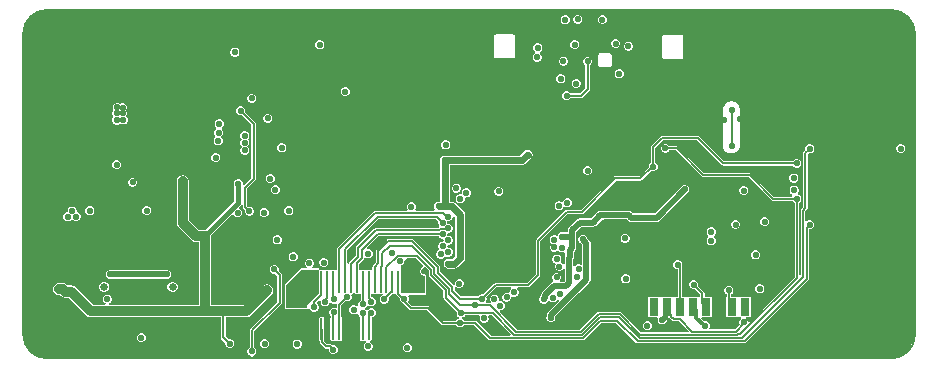
<source format=gbl>
G04*
G04 #@! TF.GenerationSoftware,Altium Limited,Altium Designer,23.0.1 (38)*
G04*
G04 Layer_Physical_Order=6*
G04 Layer_Color=16711680*
%FSLAX25Y25*%
%MOIN*%
G70*
G04*
G04 #@! TF.SameCoordinates,19342238-8E0C-4B0D-84B5-E67248FCF62E*
G04*
G04*
G04 #@! TF.FilePolarity,Positive*
G04*
G01*
G75*
%ADD12C,0.00600*%
%ADD17C,0.00800*%
%ADD66R,0.10492X0.16496*%
%ADD129C,0.00664*%
%ADD144C,0.01000*%
%ADD145C,0.01600*%
%ADD146C,0.01200*%
%ADD147C,0.02000*%
%ADD153C,0.03200*%
%ADD154C,0.05906*%
%ADD155C,0.19685*%
%ADD156O,0.03937X0.07087*%
%ADD157O,0.03937X0.08268*%
%ADD158C,0.02559*%
%ADD159C,0.03819*%
%ADD160C,0.02200*%
%ADD161C,0.02400*%
G04:AMPARAMS|DCode=162|XSize=70.87mil|YSize=9.84mil|CornerRadius=0.49mil|HoleSize=0mil|Usage=FLASHONLY|Rotation=270.000|XOffset=0mil|YOffset=0mil|HoleType=Round|Shape=RoundedRectangle|*
%AMROUNDEDRECTD162*
21,1,0.07087,0.00886,0,0,270.0*
21,1,0.06988,0.00984,0,0,270.0*
1,1,0.00098,-0.00443,-0.03494*
1,1,0.00098,-0.00443,0.03494*
1,1,0.00098,0.00443,0.03494*
1,1,0.00098,0.00443,-0.03494*
%
%ADD162ROUNDEDRECTD162*%
%ADD163R,0.05709X0.07874*%
%ADD164R,0.03150X0.05906*%
%ADD165C,0.01500*%
G36*
X1225677Y726930D02*
X1227051Y726361D01*
X1228287Y725535D01*
X1229339Y724483D01*
X1230165Y723247D01*
X1230734Y721873D01*
X1231024Y720414D01*
Y719671D01*
Y619277D01*
Y618534D01*
X1230734Y617075D01*
X1230165Y615701D01*
X1229339Y614465D01*
X1228287Y613413D01*
X1227051Y612587D01*
X1225677Y612018D01*
X1224218Y611728D01*
X1010680D01*
X1010615Y612201D01*
X1011167Y612429D01*
X1011589Y612851D01*
X1011817Y613403D01*
Y613999D01*
X1011589Y614551D01*
X1011167Y614973D01*
X1011031Y615029D01*
Y620391D01*
X1020042Y629402D01*
X1020197Y629634D01*
X1020251Y629907D01*
Y639201D01*
X1020197Y639474D01*
X1020042Y639706D01*
X1019155Y640593D01*
X1019211Y640729D01*
Y641326D01*
X1018983Y641877D01*
X1018561Y642299D01*
X1018010Y642527D01*
X1017413D01*
X1016862Y642299D01*
X1016440Y641877D01*
X1016211Y641326D01*
Y640729D01*
X1016440Y640177D01*
X1016862Y639755D01*
X1017413Y639527D01*
X1018010D01*
X1018146Y639583D01*
X1018824Y638905D01*
Y630202D01*
X1009812Y621191D01*
X1009658Y620960D01*
X1009603Y620686D01*
Y615029D01*
X1009467Y614973D01*
X1009045Y614551D01*
X1008817Y613999D01*
Y613403D01*
X1009045Y612851D01*
X1009467Y612429D01*
X1010019Y612201D01*
X1009954Y611728D01*
X941235D01*
X939777Y612018D01*
X938403Y612587D01*
X937166Y613413D01*
X936115Y614465D01*
X935289Y615701D01*
X934719Y617075D01*
X934429Y618534D01*
Y619277D01*
Y719671D01*
Y720414D01*
X934719Y721873D01*
X935289Y723247D01*
X936115Y724483D01*
X937166Y725535D01*
X938403Y726361D01*
X939777Y726930D01*
X941235Y727220D01*
X1224218D01*
X1225677Y726930D01*
D02*
G37*
%LPC*%
G36*
X1119291Y725894D02*
X1118695D01*
X1118143Y725666D01*
X1117721Y725244D01*
X1117493Y724693D01*
Y724096D01*
X1117721Y723545D01*
X1118143Y723123D01*
X1118695Y722894D01*
X1119291D01*
X1119843Y723123D01*
X1120265Y723545D01*
X1120493Y724096D01*
Y724693D01*
X1120265Y725244D01*
X1119843Y725666D01*
X1119291Y725894D01*
D02*
G37*
G36*
X1127483Y725802D02*
X1126886D01*
X1126335Y725574D01*
X1125913Y725152D01*
X1125685Y724601D01*
Y724004D01*
X1125913Y723453D01*
X1126335Y723031D01*
X1126886Y722802D01*
X1127483D01*
X1128034Y723031D01*
X1128456Y723453D01*
X1128685Y724004D01*
Y724601D01*
X1128456Y725152D01*
X1128034Y725574D01*
X1127483Y725802D01*
D02*
G37*
G36*
X1115085Y725778D02*
X1114488D01*
X1113937Y725550D01*
X1113515Y725128D01*
X1113287Y724576D01*
Y723980D01*
X1113515Y723428D01*
X1113937Y723006D01*
X1114488Y722778D01*
X1115085D01*
X1115636Y723006D01*
X1116058Y723428D01*
X1116287Y723980D01*
Y724576D01*
X1116058Y725128D01*
X1115636Y725550D01*
X1115085Y725778D01*
D02*
G37*
G36*
X1131868Y717817D02*
X1131271D01*
X1130720Y717589D01*
X1130298Y717167D01*
X1130070Y716615D01*
Y716018D01*
X1130298Y715467D01*
X1130720Y715045D01*
X1131271Y714817D01*
X1131868D01*
X1132419Y715045D01*
X1132841Y715467D01*
X1133070Y716018D01*
Y716615D01*
X1132841Y717167D01*
X1132419Y717589D01*
X1131868Y717817D01*
D02*
G37*
G36*
X1118274Y717455D02*
X1117677D01*
X1117126Y717227D01*
X1116704Y716805D01*
X1116476Y716253D01*
Y715657D01*
X1116704Y715105D01*
X1117126Y714683D01*
X1117677Y714455D01*
X1118274D01*
X1118826Y714683D01*
X1119248Y715105D01*
X1119476Y715657D01*
Y716253D01*
X1119248Y716805D01*
X1118826Y717227D01*
X1118274Y717455D01*
D02*
G37*
G36*
X1033289Y717409D02*
X1032692D01*
X1032141Y717180D01*
X1031719Y716758D01*
X1031491Y716207D01*
Y715610D01*
X1031719Y715059D01*
X1032141Y714637D01*
X1032692Y714409D01*
X1033289D01*
X1033840Y714637D01*
X1034262Y715059D01*
X1034491Y715610D01*
Y716207D01*
X1034262Y716758D01*
X1033840Y717180D01*
X1033289Y717409D01*
D02*
G37*
G36*
X1136147Y716988D02*
X1135550D01*
X1134998Y716760D01*
X1134576Y716338D01*
X1134348Y715787D01*
Y715190D01*
X1134576Y714639D01*
X1134998Y714217D01*
X1135550Y713988D01*
X1136147D01*
X1136698Y714217D01*
X1137120Y714639D01*
X1137348Y715190D01*
Y715787D01*
X1137120Y716338D01*
X1136698Y716760D01*
X1136147Y716988D01*
D02*
G37*
G36*
X1004974Y714970D02*
X1004377D01*
X1003826Y714742D01*
X1003404Y714320D01*
X1003176Y713768D01*
Y713172D01*
X1003404Y712620D01*
X1003826Y712198D01*
X1004377Y711970D01*
X1004974D01*
X1005525Y712198D01*
X1005947Y712620D01*
X1006176Y713172D01*
Y713768D01*
X1005947Y714320D01*
X1005525Y714742D01*
X1004974Y714970D01*
D02*
G37*
G36*
X1097491Y719474D02*
X1091585D01*
X1091279Y719347D01*
X1091152Y719041D01*
Y711797D01*
X1091279Y711491D01*
X1091585Y711364D01*
X1097491D01*
X1097797Y711491D01*
X1097923Y711797D01*
Y719041D01*
X1097797Y719347D01*
X1097491Y719474D01*
D02*
G37*
G36*
X1153613Y719325D02*
X1147593D01*
X1147287Y719198D01*
X1147160Y718892D01*
Y711668D01*
X1147287Y711361D01*
X1147593Y711235D01*
X1153613D01*
X1153919Y711361D01*
X1154046Y711668D01*
Y718892D01*
X1153919Y719198D01*
X1153613Y719325D01*
D02*
G37*
G36*
X1105908Y716404D02*
X1105311D01*
X1104760Y716175D01*
X1104338Y715753D01*
X1104109Y715202D01*
Y714605D01*
X1104338Y714054D01*
X1104760Y713632D01*
X1104812Y713610D01*
Y713069D01*
X1104593Y712979D01*
X1104171Y712557D01*
X1103943Y712005D01*
Y711409D01*
X1104171Y710857D01*
X1104593Y710435D01*
X1105144Y710207D01*
X1105741D01*
X1106292Y710435D01*
X1106714Y710857D01*
X1106943Y711409D01*
Y712005D01*
X1106714Y712557D01*
X1106292Y712979D01*
X1106240Y713000D01*
Y713541D01*
X1106459Y713632D01*
X1106881Y714054D01*
X1107109Y714605D01*
Y715202D01*
X1106881Y715753D01*
X1106459Y716175D01*
X1105908Y716404D01*
D02*
G37*
G36*
X1114476Y711924D02*
X1113879D01*
X1113328Y711695D01*
X1112906Y711273D01*
X1112678Y710722D01*
Y710125D01*
X1112906Y709574D01*
X1113328Y709152D01*
X1113879Y708923D01*
X1114476D01*
X1115028Y709152D01*
X1115450Y709574D01*
X1115678Y710125D01*
Y710722D01*
X1115450Y711273D01*
X1115028Y711695D01*
X1114476Y711924D01*
D02*
G37*
G36*
X1129763Y713046D02*
X1126163D01*
X1125857Y712919D01*
X1125730Y712613D01*
Y709013D01*
X1125857Y708706D01*
X1126163Y708580D01*
X1129763D01*
X1130069Y708706D01*
X1130196Y709013D01*
Y712613D01*
X1130069Y712919D01*
X1129763Y713046D01*
D02*
G37*
G36*
X1133013Y707699D02*
X1132416D01*
X1131865Y707470D01*
X1131443Y707048D01*
X1131215Y706497D01*
Y705900D01*
X1131443Y705349D01*
X1131865Y704927D01*
X1132416Y704699D01*
X1133013D01*
X1133564Y704927D01*
X1133986Y705349D01*
X1134215Y705900D01*
Y706497D01*
X1133986Y707048D01*
X1133564Y707470D01*
X1133013Y707699D01*
D02*
G37*
G36*
X1113559Y706106D02*
X1112963D01*
X1112411Y705878D01*
X1111989Y705456D01*
X1111761Y704905D01*
Y704308D01*
X1111989Y703757D01*
X1112411Y703335D01*
X1112963Y703106D01*
X1113559D01*
X1114111Y703335D01*
X1114532Y703757D01*
X1114761Y704308D01*
Y704905D01*
X1114532Y705456D01*
X1114111Y705878D01*
X1113559Y706106D01*
D02*
G37*
G36*
X1118701Y704501D02*
X1118104D01*
X1117553Y704273D01*
X1117131Y703851D01*
X1116903Y703300D01*
Y702703D01*
X1117131Y702151D01*
X1117553Y701729D01*
X1118104Y701501D01*
X1118701D01*
X1119252Y701729D01*
X1119674Y702151D01*
X1119903Y702703D01*
Y703300D01*
X1119674Y703851D01*
X1119252Y704273D01*
X1118701Y704501D01*
D02*
G37*
G36*
X1122498Y711862D02*
X1121901D01*
X1121350Y711634D01*
X1120928Y711212D01*
X1120699Y710660D01*
Y710064D01*
X1120928Y709512D01*
X1121350Y709090D01*
X1121384Y709076D01*
Y701410D01*
X1119741Y699768D01*
X1116527D01*
X1116513Y699802D01*
X1116091Y700224D01*
X1115540Y700452D01*
X1114943D01*
X1114392Y700224D01*
X1113970Y699802D01*
X1113741Y699251D01*
Y698654D01*
X1113970Y698103D01*
X1114392Y697681D01*
X1114943Y697452D01*
X1115540D01*
X1116091Y697681D01*
X1116513Y698103D01*
X1116527Y698137D01*
X1120079D01*
X1120079Y698137D01*
X1120391Y698199D01*
X1120656Y698376D01*
X1122776Y700496D01*
X1122953Y700761D01*
X1123015Y701073D01*
X1123015Y701073D01*
Y709076D01*
X1123049Y709090D01*
X1123471Y709512D01*
X1123699Y710064D01*
Y710660D01*
X1123471Y711212D01*
X1123049Y711634D01*
X1122498Y711862D01*
D02*
G37*
G36*
X1041681Y701808D02*
X1041084D01*
X1040533Y701580D01*
X1040111Y701158D01*
X1039883Y700607D01*
Y700010D01*
X1040111Y699459D01*
X1040533Y699037D01*
X1041084Y698808D01*
X1041681D01*
X1042232Y699037D01*
X1042654Y699459D01*
X1042883Y700010D01*
Y700607D01*
X1042654Y701158D01*
X1042232Y701580D01*
X1041681Y701808D01*
D02*
G37*
G36*
X1010614Y699555D02*
X1010017D01*
X1009466Y699326D01*
X1009044Y698904D01*
X1008815Y698353D01*
Y697756D01*
X1009044Y697205D01*
X1009466Y696783D01*
X1010017Y696555D01*
X1010614D01*
X1011165Y696783D01*
X1011587Y697205D01*
X1011815Y697756D01*
Y698353D01*
X1011587Y698904D01*
X1011165Y699326D01*
X1010614Y699555D01*
D02*
G37*
G36*
X1015919Y692861D02*
X1015323D01*
X1014771Y692633D01*
X1014349Y692211D01*
X1014121Y691659D01*
Y691063D01*
X1014349Y690511D01*
X1014771Y690089D01*
X1015323Y689861D01*
X1015919D01*
X1016471Y690089D01*
X1016893Y690511D01*
X1017121Y691063D01*
Y691659D01*
X1016893Y692211D01*
X1016471Y692633D01*
X1015919Y692861D01*
D02*
G37*
G36*
X965676Y696570D02*
X965080D01*
X964528Y696341D01*
X964106Y695919D01*
X963878Y695368D01*
Y694771D01*
X964106Y694220D01*
X964165Y694161D01*
X963957Y693953D01*
X963729Y693401D01*
Y692805D01*
X963957Y692253D01*
X964240Y691970D01*
X963957Y691687D01*
X963729Y691136D01*
Y690539D01*
X963957Y689988D01*
X964379Y689566D01*
X964930Y689337D01*
X965527D01*
X966078Y689566D01*
X966361Y689849D01*
X966619Y689591D01*
X967171Y689362D01*
X967768D01*
X968319Y689591D01*
X968741Y690013D01*
X968969Y690564D01*
Y691161D01*
X968741Y691712D01*
X968321Y692132D01*
X968492Y692303D01*
X968720Y692854D01*
Y693451D01*
X968492Y694002D01*
X968420Y694074D01*
X968492Y694145D01*
X968720Y694697D01*
Y695293D01*
X968492Y695845D01*
X968070Y696267D01*
X967519Y696495D01*
X966922D01*
X966371Y696267D01*
X966336Y696233D01*
X966228Y696341D01*
X965676Y696570D01*
D02*
G37*
G36*
X999707Y691045D02*
X999110D01*
X998559Y690817D01*
X998137Y690395D01*
X997909Y689844D01*
Y689247D01*
X998137Y688696D01*
X998424Y688409D01*
X998388Y687894D01*
X998357Y687823D01*
X997964Y687430D01*
X997735Y686878D01*
Y686282D01*
X997964Y685731D01*
X998044Y685649D01*
X998223Y685182D01*
X997801Y684760D01*
X997573Y684209D01*
Y683612D01*
X997801Y683061D01*
X998223Y682639D01*
X998774Y682411D01*
X999371D01*
X999922Y682639D01*
X1000344Y683061D01*
X1000572Y683612D01*
Y684209D01*
X1000344Y684760D01*
X1000263Y684841D01*
X1000085Y685309D01*
X1000507Y685731D01*
X1000735Y686282D01*
Y686878D01*
X1000507Y687430D01*
X1000220Y687717D01*
X1000255Y688232D01*
X1000287Y688303D01*
X1000680Y688696D01*
X1000909Y689247D01*
Y689844D01*
X1000680Y690395D01*
X1000258Y690817D01*
X999707Y691045D01*
D02*
G37*
G36*
X1075248Y684017D02*
X1074652D01*
X1074100Y683788D01*
X1073678Y683367D01*
X1073450Y682815D01*
Y682219D01*
X1073678Y681667D01*
X1074100Y681245D01*
X1074652Y681017D01*
X1075248D01*
X1075800Y681245D01*
X1076222Y681667D01*
X1076450Y682219D01*
Y682815D01*
X1076222Y683367D01*
X1075800Y683788D01*
X1075248Y684017D01*
D02*
G37*
G36*
X1020583Y683095D02*
X1019986D01*
X1019435Y682866D01*
X1019013Y682444D01*
X1018784Y681893D01*
Y681296D01*
X1019013Y680745D01*
X1019435Y680323D01*
X1019986Y680095D01*
X1020583D01*
X1021134Y680323D01*
X1021556Y680745D01*
X1021784Y681296D01*
Y681893D01*
X1021556Y682444D01*
X1021134Y682866D01*
X1020583Y683095D01*
D02*
G37*
G36*
X1226940Y682820D02*
X1226343D01*
X1225792Y682591D01*
X1225370Y682169D01*
X1225142Y681618D01*
Y681021D01*
X1225370Y680470D01*
X1225792Y680048D01*
X1226343Y679820D01*
X1226940D01*
X1227491Y680048D01*
X1227913Y680470D01*
X1228142Y681021D01*
Y681618D01*
X1227913Y682169D01*
X1227491Y682591D01*
X1226940Y682820D01*
D02*
G37*
G36*
X1170578Y697033D02*
X1170034D01*
X1169464Y696920D01*
X1168927Y696697D01*
X1168443Y696374D01*
X1168032Y695963D01*
X1167708Y695479D01*
X1167486Y694942D01*
X1167373Y694371D01*
Y693607D01*
X1167403Y693534D01*
Y682374D01*
Y681609D01*
X1167765Y680735D01*
X1168434Y680066D01*
X1169308Y679704D01*
X1170934D01*
X1171848Y680083D01*
X1172548Y680782D01*
X1172926Y681696D01*
Y682718D01*
X1172896Y682871D01*
Y693941D01*
Y694716D01*
X1172797Y695212D01*
X1172603Y695680D01*
X1172322Y696101D01*
X1171964Y696459D01*
X1171543Y696740D01*
X1171075Y696934D01*
X1170578Y697033D01*
D02*
G37*
G36*
X1008296Y687112D02*
X1007700D01*
X1007148Y686884D01*
X1006726Y686462D01*
X1006498Y685910D01*
Y685314D01*
X1006726Y684762D01*
X1007019Y684470D01*
X1006652Y684103D01*
X1006424Y683552D01*
Y682955D01*
X1006652Y682404D01*
X1007074Y681982D01*
X1007078Y681964D01*
X1006704Y681590D01*
X1006475Y681039D01*
Y680442D01*
X1006704Y679891D01*
X1007125Y679469D01*
X1007677Y679240D01*
X1008274D01*
X1008825Y679469D01*
X1009247Y679891D01*
X1009475Y680442D01*
Y681039D01*
X1009247Y681590D01*
X1008825Y682012D01*
X1008821Y682030D01*
X1009195Y682404D01*
X1009424Y682955D01*
Y683552D01*
X1009195Y684103D01*
X1008903Y684396D01*
X1009270Y684762D01*
X1009498Y685314D01*
Y685910D01*
X1009270Y686462D01*
X1008848Y686884D01*
X1008296Y687112D01*
D02*
G37*
G36*
X998576Y679801D02*
X997979D01*
X997427Y679573D01*
X997006Y679151D01*
X996777Y678600D01*
Y678003D01*
X997006Y677452D01*
X997427Y677030D01*
X997979Y676801D01*
X998576D01*
X999127Y677030D01*
X999549Y677452D01*
X999777Y678003D01*
Y678600D01*
X999549Y679151D01*
X999127Y679573D01*
X998576Y679801D01*
D02*
G37*
G36*
X1159085Y685510D02*
X1147020D01*
X1146747Y685456D01*
X1146516Y685301D01*
X1143533Y682318D01*
X1143379Y682087D01*
X1143324Y681814D01*
Y676634D01*
X1143188Y676577D01*
X1142766Y676155D01*
X1142538Y675604D01*
Y675062D01*
X1139551Y672075D01*
X1131374D01*
X1131101Y672021D01*
X1130869Y671866D01*
X1119899Y660896D01*
X1115336D01*
X1115063Y660842D01*
X1114832Y660687D01*
X1105294Y651150D01*
X1105140Y650918D01*
X1105085Y650645D01*
Y639520D01*
X1102069Y636503D01*
X1091541D01*
X1091268Y636449D01*
X1091037Y636294D01*
X1087504Y632762D01*
X1087368Y632818D01*
X1086772D01*
X1086220Y632590D01*
X1085798Y632168D01*
X1085742Y632032D01*
X1079868D01*
X1077898Y634002D01*
Y635096D01*
X1077972Y635161D01*
X1078366Y635334D01*
X1078633Y635068D01*
X1079184Y634840D01*
X1079781D01*
X1080332Y635068D01*
X1080754Y635490D01*
X1080982Y636042D01*
Y636638D01*
X1080754Y637190D01*
X1080332Y637612D01*
X1079781Y637840D01*
X1079184D01*
X1078633Y637612D01*
X1078211Y637190D01*
X1077982Y636638D01*
Y636047D01*
X1077966Y636032D01*
X1077555Y635768D01*
X1073077Y640245D01*
Y641765D01*
X1073023Y642038D01*
X1072868Y642270D01*
X1064221Y650917D01*
X1063990Y651072D01*
X1063716Y651126D01*
X1055706D01*
X1055432Y651072D01*
X1055201Y650917D01*
X1051885Y647601D01*
X1051730Y647369D01*
X1051676Y647096D01*
Y643370D01*
X1050726Y642420D01*
X1050571Y642188D01*
X1050517Y641915D01*
Y641008D01*
X1050049Y640832D01*
X1049924Y640883D01*
X1049705Y640974D01*
X1048819D01*
X1048475Y640832D01*
X1048080D01*
X1048018Y640857D01*
X1047737Y640974D01*
X1046851D01*
X1046632Y640883D01*
X1046507Y640832D01*
X1046039Y641008D01*
Y642875D01*
X1047511Y644347D01*
X1047665Y644579D01*
X1047708Y644792D01*
X1047879Y644895D01*
X1048220Y644987D01*
X1048233Y644975D01*
X1048784Y644746D01*
X1049381D01*
X1049932Y644975D01*
X1050354Y645396D01*
X1050582Y645948D01*
Y646545D01*
X1050354Y647096D01*
X1049932Y647518D01*
X1049381Y647746D01*
X1048936D01*
X1048691Y648204D01*
X1048691Y648208D01*
X1052511Y652028D01*
X1072541D01*
X1072597Y651892D01*
X1073019Y651470D01*
X1073570Y651242D01*
X1073875D01*
X1074078Y651167D01*
X1074197Y650892D01*
X1073964Y650338D01*
X1073875Y650305D01*
X1073570D01*
X1073019Y650076D01*
X1072597Y649654D01*
X1072369Y649103D01*
Y648506D01*
X1072597Y647955D01*
X1072651Y647901D01*
X1072553Y647411D01*
X1072433Y647361D01*
X1072011Y646939D01*
X1071783Y646388D01*
Y645791D01*
X1072011Y645240D01*
X1072433Y644818D01*
X1072984Y644589D01*
X1073581D01*
X1074132Y644818D01*
X1074554Y645240D01*
X1074585Y645314D01*
X1075194Y645479D01*
X1075539Y645336D01*
X1076135D01*
X1076687Y645565D01*
X1077109Y645987D01*
X1077337Y646538D01*
Y647135D01*
X1077109Y647686D01*
X1076687Y648108D01*
X1076135Y648336D01*
X1075830D01*
X1075628Y648411D01*
X1075509Y648686D01*
X1075741Y649240D01*
X1075830Y649273D01*
X1076135D01*
X1076687Y649502D01*
X1077109Y649924D01*
X1077337Y650475D01*
Y651072D01*
X1077109Y651623D01*
X1076687Y652045D01*
X1076135Y652273D01*
X1075830D01*
X1075628Y652348D01*
X1075509Y652623D01*
X1075741Y653177D01*
X1075830Y653210D01*
X1076135D01*
X1076687Y653439D01*
X1077109Y653861D01*
X1077337Y654412D01*
Y655009D01*
X1077109Y655560D01*
X1076687Y655982D01*
X1076135Y656210D01*
X1075830D01*
X1075493Y656335D01*
X1075368Y656672D01*
Y656685D01*
X1075493Y657023D01*
X1075830Y657147D01*
X1076135D01*
X1076687Y657376D01*
X1077109Y657798D01*
X1077337Y658349D01*
Y658634D01*
X1077770Y658819D01*
X1078143Y658518D01*
Y645543D01*
X1077130Y644531D01*
X1075837D01*
X1075213Y644406D01*
X1074683Y644053D01*
X1074330Y643524D01*
X1074206Y642899D01*
X1074330Y642275D01*
X1074683Y641746D01*
X1075213Y641392D01*
X1075837Y641268D01*
X1077806D01*
X1078430Y641392D01*
X1078959Y641746D01*
X1080928Y643714D01*
X1081281Y644243D01*
X1081405Y644868D01*
Y659235D01*
X1081281Y659860D01*
X1080928Y660389D01*
X1078132Y663185D01*
X1077603Y663538D01*
X1076978Y663662D01*
X1076436D01*
Y675748D01*
X1100195D01*
X1100819Y675872D01*
X1101348Y676225D01*
X1102965Y677842D01*
X1103454Y678169D01*
X1103808Y678698D01*
X1103932Y679323D01*
X1103808Y679947D01*
X1103454Y680476D01*
X1102925Y680830D01*
X1102301Y680954D01*
X1102138D01*
X1101514Y680830D01*
X1100985Y680476D01*
X1099519Y679010D01*
X1074669D01*
X1074045Y678886D01*
X1073515Y678533D01*
X1073162Y678003D01*
X1073038Y677379D01*
X1073162Y676755D01*
X1073173Y676738D01*
Y663662D01*
X1072630D01*
X1072006Y663538D01*
X1071477Y663185D01*
X1071123Y662655D01*
X1070999Y662031D01*
X1071123Y661407D01*
X1071303Y661138D01*
X1071035Y660638D01*
X1065029D01*
X1064821Y661138D01*
X1065010Y661595D01*
Y662192D01*
X1064782Y662743D01*
X1064360Y663165D01*
X1063809Y663394D01*
X1063212D01*
X1062661Y663165D01*
X1062239Y662743D01*
X1062010Y662192D01*
Y661595D01*
X1062200Y661138D01*
X1061991Y660638D01*
X1051523D01*
X1051250Y660584D01*
X1051019Y660429D01*
X1038915Y648325D01*
X1038760Y648094D01*
X1038706Y647821D01*
Y641008D01*
X1038238Y640832D01*
X1038113Y640883D01*
X1037894Y640974D01*
X1037008D01*
X1036664Y640832D01*
X1036269D01*
X1036207Y640857D01*
X1035926Y640974D01*
X1035040D01*
X1034696Y640832D01*
X1034301D01*
X1034176Y640883D01*
X1033957Y640974D01*
X1033071D01*
X1032836Y641237D01*
X1032530Y641364D01*
X1030480D01*
X1030362Y641779D01*
X1030358Y641864D01*
X1030764Y642270D01*
X1030993Y642821D01*
Y643418D01*
X1030764Y643969D01*
X1030342Y644391D01*
X1029791Y644620D01*
X1029194D01*
X1028643Y644391D01*
X1028221Y643969D01*
X1027993Y643418D01*
Y642821D01*
X1028221Y642270D01*
X1028627Y641864D01*
X1028623Y641779D01*
X1028505Y641364D01*
X1026624D01*
X1026318Y641237D01*
X1021397Y636316D01*
X1021270Y636010D01*
Y628135D01*
X1021397Y627829D01*
X1021703Y627703D01*
X1028593D01*
X1028899Y627829D01*
X1029026Y628135D01*
Y628223D01*
X1029045Y628233D01*
X1029161Y628214D01*
X1029616Y627979D01*
X1029773Y627599D01*
X1030195Y627177D01*
X1030747Y626949D01*
X1031343D01*
X1031895Y627177D01*
X1032317Y627599D01*
X1032545Y628151D01*
Y628747D01*
X1032317Y629299D01*
X1031895Y629721D01*
X1032121Y630148D01*
X1032733Y630759D01*
X1033020Y630648D01*
X1033195Y630514D01*
Y629984D01*
X1033423Y629432D01*
X1033845Y629011D01*
X1034396Y628782D01*
X1034993D01*
X1035544Y629011D01*
X1035966Y629432D01*
X1036121Y629805D01*
X1036597Y629957D01*
X1036681Y629951D01*
X1036734Y629899D01*
X1037285Y629670D01*
X1037882D01*
X1038338Y629859D01*
X1038530Y629748D01*
X1038628Y629665D01*
X1038743Y629527D01*
X1038706Y629342D01*
Y628368D01*
X1038206Y628080D01*
X1037885Y628213D01*
X1037288D01*
X1036737Y627984D01*
X1036315Y627562D01*
X1036086Y627011D01*
Y626414D01*
X1036315Y625863D01*
X1036586Y625592D01*
X1036664Y625084D01*
X1036522Y624740D01*
Y617752D01*
X1036664Y617408D01*
X1037008Y617265D01*
X1037894D01*
X1038238Y617408D01*
X1038633D01*
X1038695Y617382D01*
X1038977Y617265D01*
X1039863D01*
X1040206Y617408D01*
X1040349Y617752D01*
Y624740D01*
X1040206Y625084D01*
X1040133Y625114D01*
Y629046D01*
X1041576Y630489D01*
X1041859Y630372D01*
X1042456D01*
X1043007Y630600D01*
X1043429Y631022D01*
X1043657Y631573D01*
Y632170D01*
X1043515Y632513D01*
X1043790Y633013D01*
X1043800D01*
X1044143Y633156D01*
X1044538D01*
X1044601Y633130D01*
X1044882Y633013D01*
X1045768D01*
X1046029Y633122D01*
X1046529Y632920D01*
Y630716D01*
X1046343Y630638D01*
X1045921Y630216D01*
X1045693Y629665D01*
Y629068D01*
X1045697Y629056D01*
X1045274Y628773D01*
X1045160Y628887D01*
X1044608Y629115D01*
X1044012D01*
X1043460Y628887D01*
X1043038Y628465D01*
X1042810Y627914D01*
Y627317D01*
X1043038Y626765D01*
X1043460Y626344D01*
X1044012Y626115D01*
X1044608D01*
X1045160Y626344D01*
X1045192Y626376D01*
X1045692Y626169D01*
Y626151D01*
X1045921Y625600D01*
X1046343Y625178D01*
X1046343Y625178D01*
X1046507Y625084D01*
X1046365Y624740D01*
Y617752D01*
X1046507Y617408D01*
X1046851Y617265D01*
X1047737D01*
X1048080Y617408D01*
X1048135D01*
X1048314Y617238D01*
X1048226Y616663D01*
X1048211Y616645D01*
X1047803Y616237D01*
X1047575Y615686D01*
Y615089D01*
X1047803Y614538D01*
X1048225Y614116D01*
X1048777Y613888D01*
X1049374D01*
X1049925Y614116D01*
X1050347Y614538D01*
X1050575Y615089D01*
Y615686D01*
X1050347Y616237D01*
X1049925Y616659D01*
X1049669Y616765D01*
X1049698Y617162D01*
X1049737Y617278D01*
X1050049Y617408D01*
X1050191Y617752D01*
Y624740D01*
X1050375Y625040D01*
X1050926Y625268D01*
X1051348Y625690D01*
X1051577Y626242D01*
Y626838D01*
X1051348Y627390D01*
X1050926Y627812D01*
X1050375Y628040D01*
X1049778D01*
X1049227Y627812D01*
X1048916Y627500D01*
X1048703Y627405D01*
X1048296Y627467D01*
X1048160Y627603D01*
X1048087Y627908D01*
X1048160Y628213D01*
X1048464Y628517D01*
X1048603Y628853D01*
X1049136Y629003D01*
X1049164Y628999D01*
X1049224Y628939D01*
X1049775Y628711D01*
X1050372D01*
X1050923Y628939D01*
X1051345Y629361D01*
X1051573Y629913D01*
Y630509D01*
X1051345Y631061D01*
X1050923Y631483D01*
X1050372Y631711D01*
X1050016D01*
X1049976Y631751D01*
Y632979D01*
X1050444Y633156D01*
X1050569Y633104D01*
X1050788Y633013D01*
X1051674D01*
X1052017Y633156D01*
X1052413D01*
X1052475Y633130D01*
X1052756Y633013D01*
X1053642D01*
X1053876Y633110D01*
X1053897Y633098D01*
X1053883Y632657D01*
X1053794Y632515D01*
X1053571Y632422D01*
X1053149Y632000D01*
X1052920Y631449D01*
Y630852D01*
X1053149Y630301D01*
X1053571Y629879D01*
X1054122Y629650D01*
X1054719D01*
X1055270Y629879D01*
X1055692Y630301D01*
X1055920Y630852D01*
Y631449D01*
X1055842Y631639D01*
X1057216Y633013D01*
X1057579D01*
X1057861Y633130D01*
X1057923Y633156D01*
X1058395Y632990D01*
Y632919D01*
X1058450Y632646D01*
X1058604Y632414D01*
X1059644Y631375D01*
Y631000D01*
X1059872Y630449D01*
X1060294Y630027D01*
X1060830Y629805D01*
X1060945Y629633D01*
X1062925Y627654D01*
X1063156Y627499D01*
X1063430Y627445D01*
X1068629D01*
X1073364Y622710D01*
X1073595Y622555D01*
X1073868Y622501D01*
X1078446D01*
X1078502Y622365D01*
X1078924Y621943D01*
X1079476Y621714D01*
X1080072D01*
X1080624Y621943D01*
X1081046Y622365D01*
X1081102Y622501D01*
X1084400D01*
X1089128Y617772D01*
X1089359Y617618D01*
X1089632Y617563D01*
X1120758D01*
X1121031Y617618D01*
X1121263Y617772D01*
X1126776Y623285D01*
X1131855D01*
X1138490Y616651D01*
X1138721Y616497D01*
X1138994Y616442D01*
X1174527D01*
X1174800Y616497D01*
X1175032Y616651D01*
X1195825Y637444D01*
X1195980Y637676D01*
X1196034Y637949D01*
Y654446D01*
X1196525D01*
X1197076Y654674D01*
X1197498Y655096D01*
X1197726Y655648D01*
Y656244D01*
X1197498Y656796D01*
X1197076Y657218D01*
X1196525Y657446D01*
X1195928D01*
X1195376Y657218D01*
X1195215Y657056D01*
X1194715Y657263D01*
Y660374D01*
X1195338Y660997D01*
X1195492Y661228D01*
X1195547Y661501D01*
Y679389D01*
X1195943Y679707D01*
X1195976Y679693D01*
X1196572D01*
X1197124Y679921D01*
X1197546Y680343D01*
X1197774Y680895D01*
Y681492D01*
X1197546Y682043D01*
X1197124Y682465D01*
X1196572Y682693D01*
X1195976D01*
X1195424Y682465D01*
X1195002Y682043D01*
X1194774Y681492D01*
Y680895D01*
X1194830Y680759D01*
X1194328Y680257D01*
X1194174Y680025D01*
X1194119Y679752D01*
Y661797D01*
X1193497Y661174D01*
X1193342Y660943D01*
X1193287Y660670D01*
Y639079D01*
X1193192Y639015D01*
X1192692Y639283D01*
Y663225D01*
X1192828Y663281D01*
X1193250Y663703D01*
X1193479Y664254D01*
Y664851D01*
X1193250Y665402D01*
X1192828Y665824D01*
X1192435Y665987D01*
X1192286Y666426D01*
X1192289Y666548D01*
X1192304Y666563D01*
X1192532Y667114D01*
Y667711D01*
X1192304Y668262D01*
X1191882Y668684D01*
X1191331Y668913D01*
X1190734D01*
X1190183Y668684D01*
X1189761Y668262D01*
X1189532Y667711D01*
Y667114D01*
X1189761Y666563D01*
X1190183Y666141D01*
X1190308Y666089D01*
X1190499Y665516D01*
X1190350Y665267D01*
X1184400D01*
X1176735Y672931D01*
X1176504Y673086D01*
X1176231Y673140D01*
X1161128D01*
X1152364Y681904D01*
X1152133Y682059D01*
X1151859Y682113D01*
X1149514D01*
X1149458Y682249D01*
X1149036Y682671D01*
X1148484Y682900D01*
X1147888D01*
X1147336Y682671D01*
X1146914Y682249D01*
X1146686Y681698D01*
Y681101D01*
X1146914Y680550D01*
X1147336Y680128D01*
X1147888Y679900D01*
X1148484D01*
X1149036Y680128D01*
X1149458Y680550D01*
X1149514Y680686D01*
X1151564D01*
X1160328Y671922D01*
X1160559Y671767D01*
X1160832Y671713D01*
X1175935D01*
X1183600Y664048D01*
X1183832Y663893D01*
X1184105Y663839D01*
X1190651D01*
X1190707Y663703D01*
X1191129Y663281D01*
X1191265Y663225D01*
Y638548D01*
X1176249Y623532D01*
X1175926Y623631D01*
X1175733Y623723D01*
X1175521Y624236D01*
X1175099Y624658D01*
X1175054Y624676D01*
X1175154Y625176D01*
X1176729D01*
Y631882D01*
X1172898D01*
X1172779Y631882D01*
X1172398D01*
X1172279Y631882D01*
X1170055D01*
Y632713D01*
X1170191Y632769D01*
X1170613Y633191D01*
X1170841Y633743D01*
Y634339D01*
X1170613Y634891D01*
X1170191Y635313D01*
X1169639Y635541D01*
X1169043D01*
X1168491Y635313D01*
X1168069Y634891D01*
X1167841Y634339D01*
Y633743D01*
X1168069Y633191D01*
X1168491Y632769D01*
X1168627Y632713D01*
Y631882D01*
X1168449D01*
Y625176D01*
X1172279D01*
X1172398Y625176D01*
X1172779D01*
X1172898Y625176D01*
X1173344D01*
X1173444Y624676D01*
X1173399Y624658D01*
X1172977Y624236D01*
X1172749Y623685D01*
Y623088D01*
X1172904Y622715D01*
X1171250Y621061D01*
X1163072D01*
X1162813Y621561D01*
X1162967Y621932D01*
Y622528D01*
X1162739Y623080D01*
X1162317Y623502D01*
X1161765Y623730D01*
X1161169D01*
X1161069Y623689D01*
X1160082Y624676D01*
X1160289Y625176D01*
X1163737D01*
Y631882D01*
X1161201D01*
Y633052D01*
X1161147Y633325D01*
X1160992Y633557D01*
X1158974Y635575D01*
X1159030Y635711D01*
Y636308D01*
X1158802Y636859D01*
X1158380Y637281D01*
X1157828Y637509D01*
X1157232D01*
X1156680Y637281D01*
X1156258Y636859D01*
X1156030Y636308D01*
Y635711D01*
X1156258Y635160D01*
X1156680Y634738D01*
X1157232Y634510D01*
X1157828D01*
X1157964Y634566D01*
X1159774Y632756D01*
Y632202D01*
X1159406Y631882D01*
X1159274Y631882D01*
X1155457D01*
Y631882D01*
X1155076D01*
Y631882D01*
X1153815D01*
Y641450D01*
X1153760Y641723D01*
X1153627Y641922D01*
X1153785Y642303D01*
Y642900D01*
X1153557Y643451D01*
X1153135Y643873D01*
X1152584Y644102D01*
X1151987D01*
X1151436Y643873D01*
X1151014Y643451D01*
X1150785Y642900D01*
Y642303D01*
X1151014Y641752D01*
X1151436Y641330D01*
X1151987Y641102D01*
X1152387D01*
Y631882D01*
X1151126D01*
X1151126Y631882D01*
X1150745D01*
Y631882D01*
X1150626Y631882D01*
X1146914D01*
X1146795Y631882D01*
Y631882D01*
X1146414D01*
Y631882D01*
X1142465D01*
Y625176D01*
X1145270D01*
X1145604Y624676D01*
X1145554Y624555D01*
Y623958D01*
X1145782Y623407D01*
X1146204Y622985D01*
X1146755Y622757D01*
X1147352D01*
X1147903Y622985D01*
X1148325Y623407D01*
X1148554Y623958D01*
Y624288D01*
X1148774Y624508D01*
X1148958Y624783D01*
X1149358Y624829D01*
X1149521Y624800D01*
X1149540Y624770D01*
X1150373Y623937D01*
X1150605Y623783D01*
X1150878Y623728D01*
X1152777D01*
X1155983Y620523D01*
X1155791Y620061D01*
X1140149D01*
X1133462Y626748D01*
X1133231Y626902D01*
X1132958Y626957D01*
X1125896D01*
X1125622Y626902D01*
X1125391Y626748D01*
X1119634Y620991D01*
X1098755D01*
X1092872Y626873D01*
X1093079Y627374D01*
X1093419D01*
X1093970Y627602D01*
X1094392Y628024D01*
X1094620Y628575D01*
Y629172D01*
X1094392Y629723D01*
X1093970Y630145D01*
X1093419Y630373D01*
X1092984D01*
X1092686Y630706D01*
X1092634Y630835D01*
X1092638Y630846D01*
Y631443D01*
X1092410Y631994D01*
X1091988Y632416D01*
X1091436Y632645D01*
X1090840D01*
X1090289Y632416D01*
X1089867Y631994D01*
X1089638Y631443D01*
Y630846D01*
X1089867Y630295D01*
X1089869Y630293D01*
X1089622Y629832D01*
X1089616Y629833D01*
X1088414D01*
X1088206Y630333D01*
X1088342Y630469D01*
X1088570Y631020D01*
Y631617D01*
X1088514Y631753D01*
X1091837Y635076D01*
X1096570D01*
X1096777Y634576D01*
X1096522Y634321D01*
X1096294Y633769D01*
Y633430D01*
X1095819Y633112D01*
X1095505Y633242D01*
X1094909D01*
X1094357Y633014D01*
X1093935Y632592D01*
X1093707Y632040D01*
Y631444D01*
X1093935Y630892D01*
X1094357Y630470D01*
X1094909Y630242D01*
X1095505D01*
X1096057Y630470D01*
X1096479Y630892D01*
X1096707Y631444D01*
Y631783D01*
X1097182Y632101D01*
X1097495Y631971D01*
X1098092D01*
X1098643Y632199D01*
X1099065Y632621D01*
X1099294Y633173D01*
Y633769D01*
X1099065Y634321D01*
X1098810Y634576D01*
X1099017Y635076D01*
X1102365D01*
X1102638Y635130D01*
X1102869Y635285D01*
X1106304Y638720D01*
X1106458Y638951D01*
X1106513Y639224D01*
Y650350D01*
X1115632Y659469D01*
X1120195D01*
X1120468Y659523D01*
X1120700Y659678D01*
X1131669Y670648D01*
X1139847D01*
X1140120Y670702D01*
X1140351Y670857D01*
X1143429Y673934D01*
X1143740Y673806D01*
X1144336D01*
X1144888Y674034D01*
X1145310Y674456D01*
X1145538Y675007D01*
Y675604D01*
X1145310Y676155D01*
X1144888Y676577D01*
X1144752Y676634D01*
Y681518D01*
X1147316Y684082D01*
X1158789D01*
X1167012Y675859D01*
X1167244Y675704D01*
X1167517Y675650D01*
X1190651D01*
X1190707Y675514D01*
X1191129Y675092D01*
X1191680Y674864D01*
X1192277D01*
X1192828Y675092D01*
X1193250Y675514D01*
X1193479Y676065D01*
Y676662D01*
X1193250Y677213D01*
X1192828Y677635D01*
X1192277Y677864D01*
X1191680D01*
X1191129Y677635D01*
X1190707Y677213D01*
X1190651Y677077D01*
X1167812D01*
X1159589Y685301D01*
X1159358Y685456D01*
X1159085Y685510D01*
D02*
G37*
G36*
X965541Y677475D02*
X964944D01*
X964393Y677247D01*
X963971Y676825D01*
X963743Y676274D01*
Y675677D01*
X963971Y675126D01*
X964393Y674704D01*
X964944Y674475D01*
X965541D01*
X966092Y674704D01*
X966514Y675126D01*
X966743Y675677D01*
Y676274D01*
X966514Y676825D01*
X966092Y677247D01*
X965541Y677475D01*
D02*
G37*
G36*
X1122504Y675456D02*
X1121907D01*
X1121356Y675227D01*
X1120934Y674805D01*
X1120706Y674254D01*
Y673657D01*
X1120934Y673106D01*
X1121356Y672684D01*
X1121907Y672456D01*
X1122504D01*
X1123055Y672684D01*
X1123477Y673106D01*
X1123706Y673657D01*
Y674254D01*
X1123477Y674805D01*
X1123055Y675227D01*
X1122504Y675456D01*
D02*
G37*
G36*
X1191277Y673011D02*
X1190680D01*
X1190129Y672783D01*
X1189707Y672361D01*
X1189479Y671810D01*
Y671213D01*
X1189707Y670662D01*
X1190129Y670240D01*
X1190680Y670011D01*
X1191277D01*
X1191828Y670240D01*
X1192250Y670662D01*
X1192479Y671213D01*
Y671810D01*
X1192250Y672361D01*
X1191828Y672783D01*
X1191277Y673011D01*
D02*
G37*
G36*
X1016696Y672804D02*
X1016099D01*
X1015548Y672576D01*
X1015126Y672154D01*
X1014898Y671602D01*
Y671006D01*
X1015126Y670454D01*
X1015548Y670032D01*
X1016099Y669804D01*
X1016696D01*
X1017247Y670032D01*
X1017669Y670454D01*
X1017898Y671006D01*
Y671602D01*
X1017669Y672154D01*
X1017247Y672576D01*
X1016696Y672804D01*
D02*
G37*
G36*
X1006857Y695413D02*
X1006260D01*
X1005708Y695185D01*
X1005286Y694763D01*
X1005058Y694211D01*
Y693615D01*
X1005286Y693063D01*
X1005708Y692641D01*
X1006260Y692413D01*
X1006857D01*
X1006992Y692469D01*
X1010163Y689299D01*
Y671505D01*
X1007660Y669002D01*
X1007258Y669250D01*
X1007229Y669278D01*
Y669865D01*
X1007001Y670416D01*
X1006579Y670838D01*
X1006027Y671067D01*
X1005431D01*
X1004879Y670838D01*
X1004457Y670416D01*
X1004229Y669865D01*
Y669268D01*
X1004457Y668717D01*
X1004506Y668669D01*
Y663817D01*
X994865Y654177D01*
X994607Y654228D01*
X992582D01*
X989293Y657516D01*
Y670458D01*
X989138Y671239D01*
X988696Y671900D01*
X988035Y672342D01*
X987254Y672498D01*
X986474Y672342D01*
X985812Y671900D01*
X985370Y671239D01*
X985215Y670458D01*
Y656672D01*
X985370Y655891D01*
X985812Y655230D01*
X990295Y650747D01*
X990957Y650305D01*
X991737Y650150D01*
X991737Y650150D01*
X992568D01*
Y629190D01*
X962754D01*
X962654Y629690D01*
X962959Y629817D01*
X963381Y630238D01*
X963609Y630790D01*
Y631387D01*
X963381Y631938D01*
X962959Y632360D01*
X962408Y632588D01*
X961811D01*
X961260Y632360D01*
X960838Y631938D01*
X960609Y631387D01*
Y630790D01*
X960838Y630238D01*
X961260Y629817D01*
X961564Y629690D01*
X961465Y629190D01*
X957452D01*
X951547Y635096D01*
X950885Y635538D01*
X950105Y635693D01*
X948991D01*
X948735Y635949D01*
X948074Y636391D01*
X947293Y636546D01*
X946002D01*
X945222Y636391D01*
X944560Y635949D01*
X944118Y635287D01*
X943963Y634507D01*
X944118Y633726D01*
X944560Y633065D01*
X945222Y632623D01*
X946002Y632467D01*
X946449D01*
X946704Y632212D01*
X946704Y632212D01*
X947365Y631770D01*
X948146Y631615D01*
X948146Y631615D01*
X949260D01*
X955166Y625709D01*
X955827Y625267D01*
X956608Y625112D01*
X999928D01*
Y618496D01*
X999928Y618496D01*
X999990Y618184D01*
X1000167Y617919D01*
X1001438Y616647D01*
X1001424Y616613D01*
Y616017D01*
X1001653Y615465D01*
X1002075Y615043D01*
X1002626Y614815D01*
X1003223D01*
X1003774Y615043D01*
X1004196Y615465D01*
X1004424Y616017D01*
Y616613D01*
X1004196Y617165D01*
X1003774Y617587D01*
X1003223Y617815D01*
X1002626D01*
X1002592Y617801D01*
X1001559Y618834D01*
Y625112D01*
X1008457D01*
X1009238Y625267D01*
X1009899Y625709D01*
X1016813Y632622D01*
X1017255Y633284D01*
X1017410Y634064D01*
X1017255Y634845D01*
X1016813Y635506D01*
X1016151Y635948D01*
X1015371Y636103D01*
X1014590Y635948D01*
X1013929Y635506D01*
X1007613Y629190D01*
X996646D01*
Y652189D01*
X996595Y652447D01*
X1003595Y659446D01*
X1004170Y659314D01*
X1004285Y659036D01*
X1004707Y658614D01*
X1005259Y658386D01*
X1005855D01*
X1006407Y658614D01*
X1006829Y659036D01*
X1007057Y659588D01*
Y660184D01*
X1006829Y660736D01*
X1006407Y661158D01*
X1006129Y661273D01*
X1005997Y661848D01*
X1006594Y662445D01*
X1006724Y662639D01*
X1007224Y662488D01*
Y661997D01*
X1007278Y661724D01*
X1007433Y661493D01*
X1008053Y660873D01*
X1007996Y660737D01*
Y660140D01*
X1008225Y659589D01*
X1008647Y659167D01*
X1009198Y658938D01*
X1009795D01*
X1010346Y659167D01*
X1010768Y659589D01*
X1010996Y660140D01*
Y660737D01*
X1010768Y661288D01*
X1010346Y661710D01*
X1009795Y661938D01*
X1009198D01*
X1009062Y661882D01*
X1008651Y662293D01*
Y667974D01*
X1011381Y670704D01*
X1011536Y670936D01*
X1011590Y671209D01*
Y689595D01*
X1011536Y689868D01*
X1011381Y690099D01*
X1008002Y693479D01*
X1008058Y693615D01*
Y694211D01*
X1007830Y694763D01*
X1007408Y695185D01*
X1006857Y695413D01*
D02*
G37*
G36*
X970844Y671572D02*
X970247D01*
X969696Y671343D01*
X969274Y670921D01*
X969046Y670370D01*
Y669773D01*
X969274Y669222D01*
X969696Y668800D01*
X970247Y668572D01*
X970844D01*
X971395Y668800D01*
X971817Y669222D01*
X972046Y669773D01*
Y670370D01*
X971817Y670921D01*
X971395Y671343D01*
X970844Y671572D01*
D02*
G37*
G36*
X1078760Y669624D02*
X1078164D01*
X1077612Y669396D01*
X1077190Y668974D01*
X1076962Y668423D01*
Y667826D01*
X1077190Y667275D01*
X1077612Y666853D01*
X1078164Y666624D01*
X1078760D01*
X1079312Y666853D01*
X1079734Y667275D01*
X1079962Y667826D01*
Y668423D01*
X1079734Y668974D01*
X1079312Y669396D01*
X1078760Y669624D01*
D02*
G37*
G36*
X1018439Y669050D02*
X1017842D01*
X1017291Y668821D01*
X1016869Y668399D01*
X1016641Y667848D01*
Y667251D01*
X1016869Y666700D01*
X1017291Y666278D01*
X1017842Y666049D01*
X1018439D01*
X1018991Y666278D01*
X1019413Y666700D01*
X1019641Y667251D01*
Y667848D01*
X1019413Y668399D01*
X1018991Y668821D01*
X1018439Y669050D01*
D02*
G37*
G36*
X1174560Y668826D02*
X1173963D01*
X1173412Y668597D01*
X1172990Y668175D01*
X1172762Y667624D01*
Y667027D01*
X1172990Y666476D01*
X1173412Y666054D01*
X1173963Y665826D01*
X1174560D01*
X1175111Y666054D01*
X1175533Y666476D01*
X1175762Y667027D01*
Y667624D01*
X1175533Y668175D01*
X1175111Y668597D01*
X1174560Y668826D01*
D02*
G37*
G36*
X1092892Y668528D02*
X1092295D01*
X1091744Y668300D01*
X1091322Y667878D01*
X1091094Y667326D01*
Y666730D01*
X1091322Y666178D01*
X1091744Y665756D01*
X1092295Y665528D01*
X1092892D01*
X1093443Y665756D01*
X1093865Y666178D01*
X1094094Y666730D01*
Y667326D01*
X1093865Y667878D01*
X1093443Y668300D01*
X1092892Y668528D01*
D02*
G37*
G36*
X1115788Y664758D02*
X1115191D01*
X1114640Y664530D01*
X1114218Y664108D01*
X1114081Y663777D01*
X1113668Y663577D01*
X1113503Y663588D01*
X1113053Y663775D01*
X1112456D01*
X1111905Y663546D01*
X1111483Y663124D01*
X1111254Y662573D01*
Y661976D01*
X1111483Y661425D01*
X1111905Y661003D01*
X1112456Y660775D01*
X1113053D01*
X1113604Y661003D01*
X1114026Y661425D01*
X1114163Y661756D01*
X1114576Y661955D01*
X1114741Y661944D01*
X1115191Y661758D01*
X1115788D01*
X1116339Y661986D01*
X1116761Y662408D01*
X1116990Y662959D01*
Y663556D01*
X1116761Y664108D01*
X1116339Y664530D01*
X1115788Y664758D01*
D02*
G37*
G36*
X1082041Y668021D02*
X1081444D01*
X1080893Y667793D01*
X1080471Y667371D01*
X1080243Y666820D01*
Y666515D01*
X1080118Y666177D01*
X1079781Y666053D01*
X1079476D01*
X1078924Y665824D01*
X1078502Y665402D01*
X1078274Y664851D01*
Y664254D01*
X1078502Y663703D01*
X1078924Y663281D01*
X1079476Y663053D01*
X1080072D01*
X1080624Y663281D01*
X1081046Y663703D01*
X1081274Y664254D01*
Y664559D01*
X1081398Y664897D01*
X1081736Y665021D01*
X1082041D01*
X1082592Y665250D01*
X1083014Y665672D01*
X1083243Y666223D01*
Y666820D01*
X1083014Y667371D01*
X1082592Y667793D01*
X1082041Y668021D01*
D02*
G37*
G36*
X1154947Y669193D02*
X1154350D01*
X1153798Y668964D01*
X1153376Y668543D01*
X1153304Y668367D01*
X1144692Y659756D01*
X1137365D01*
X1136878Y660243D01*
X1136415Y660553D01*
X1135868Y660661D01*
X1135868Y660661D01*
X1127358D01*
X1126812Y660553D01*
X1126787Y660536D01*
X1126495D01*
X1126495Y660536D01*
X1125949Y660427D01*
X1125486Y660118D01*
X1125486Y660118D01*
X1123474Y658106D01*
X1119618D01*
X1119618Y658106D01*
X1119072Y657998D01*
X1118608Y657688D01*
X1118608Y657688D01*
X1116010Y655089D01*
X1115700Y654626D01*
X1115592Y654080D01*
X1115592Y654080D01*
Y653395D01*
X1114072D01*
X1113896Y653468D01*
X1113300D01*
X1112749Y653239D01*
X1112327Y652817D01*
X1112239Y652606D01*
X1111991Y652287D01*
X1111635Y652356D01*
X1111393Y652456D01*
X1110797D01*
X1110245Y652228D01*
X1109823Y651806D01*
X1109595Y651254D01*
Y650658D01*
X1109823Y650106D01*
X1109966Y649964D01*
X1110235Y649671D01*
X1109966Y649310D01*
X1109857Y649201D01*
X1109629Y648650D01*
Y648053D01*
X1109857Y647502D01*
X1110279Y647080D01*
X1110830Y646852D01*
X1111427D01*
X1111979Y647080D01*
X1112046Y647148D01*
X1112455Y647392D01*
X1112877Y646970D01*
X1113428Y646742D01*
X1114025D01*
X1114331Y646868D01*
X1114831Y646571D01*
Y645629D01*
X1114632Y645331D01*
X1114524Y644785D01*
X1114524Y644785D01*
Y643088D01*
X1114366Y643005D01*
X1114024Y642935D01*
X1113674Y643285D01*
X1113330Y643427D01*
X1113289Y643635D01*
X1113517Y644186D01*
Y644783D01*
X1113289Y645334D01*
X1112867Y645756D01*
X1112316Y645985D01*
X1111719D01*
X1111168Y645756D01*
X1110746Y645334D01*
X1110517Y644783D01*
Y644186D01*
X1110746Y643635D01*
X1111168Y643213D01*
X1111512Y643070D01*
X1111553Y642863D01*
X1111325Y642311D01*
Y641715D01*
X1111553Y641163D01*
X1111975Y640741D01*
X1112526Y640513D01*
X1113123D01*
X1113674Y640741D01*
X1114061Y641128D01*
X1114270Y641121D01*
X1114587Y641043D01*
X1114632Y640817D01*
X1114659Y640778D01*
Y637151D01*
X1114323Y636816D01*
X1113107D01*
X1112900Y637316D01*
X1113131Y637546D01*
X1113359Y638098D01*
Y638694D01*
X1113131Y639246D01*
X1112709Y639668D01*
X1112157Y639896D01*
X1111561D01*
X1111009Y639668D01*
X1110587Y639246D01*
X1110359Y638694D01*
Y638098D01*
X1110587Y637546D01*
X1110833Y637300D01*
X1110681Y636760D01*
X1110412Y636707D01*
X1109949Y636398D01*
X1109949Y636398D01*
X1107169Y633617D01*
X1106859Y633154D01*
X1106751Y632608D01*
X1106751Y632608D01*
Y632363D01*
X1106357Y631969D01*
X1106129Y631418D01*
Y630821D01*
X1106357Y630270D01*
X1106779Y629848D01*
X1107330Y629620D01*
X1107927D01*
X1108478Y629848D01*
X1108900Y630270D01*
X1108990Y630486D01*
X1109052Y630522D01*
X1109095Y630535D01*
X1109574Y630522D01*
X1109639Y630490D01*
X1109829Y630301D01*
X1110380Y630072D01*
X1110977D01*
X1111528Y630301D01*
X1111950Y630723D01*
X1112102Y631091D01*
X1112306Y631211D01*
X1112522Y631142D01*
X1112660Y630574D01*
X1109039Y626953D01*
X1108730Y626490D01*
X1108621Y625943D01*
X1108621Y625943D01*
Y625580D01*
X1108510Y625313D01*
Y624716D01*
X1108739Y624164D01*
X1109161Y623742D01*
X1109712Y623514D01*
X1110309D01*
X1110860Y623742D01*
X1111282Y624164D01*
X1111510Y624716D01*
Y625313D01*
X1111489Y625365D01*
X1119254Y633129D01*
X1119254Y633130D01*
X1122795Y636671D01*
X1122795Y636671D01*
X1123105Y637134D01*
X1123213Y637681D01*
X1123213Y637681D01*
Y649875D01*
X1123213Y649876D01*
X1123105Y650422D01*
X1122795Y650885D01*
X1122795Y650885D01*
X1122067Y651613D01*
X1121956Y651881D01*
X1121534Y652303D01*
X1120983Y652531D01*
X1120386D01*
X1119835Y652303D01*
X1119413Y651881D01*
X1119185Y651329D01*
Y650733D01*
X1119413Y650181D01*
X1119835Y649759D01*
X1119918Y649725D01*
X1120358Y649284D01*
Y642989D01*
X1119858Y642674D01*
X1119584Y642787D01*
X1118988D01*
X1118436Y642559D01*
X1118014Y642137D01*
X1117477Y642147D01*
X1117379Y642219D01*
Y644249D01*
X1117577Y644546D01*
X1117686Y645092D01*
Y646934D01*
X1118028Y647276D01*
X1118028Y647276D01*
X1118338Y647739D01*
X1118447Y648285D01*
X1118446Y648285D01*
Y653489D01*
X1120209Y655251D01*
X1124065D01*
X1124065Y655251D01*
X1124612Y655360D01*
X1125075Y655669D01*
X1127086Y657681D01*
X1127233D01*
X1127233Y657681D01*
X1127779Y657790D01*
X1127804Y657806D01*
X1135277D01*
X1135764Y657319D01*
X1135764Y657319D01*
X1136227Y657010D01*
X1136774Y656901D01*
X1136774Y656901D01*
X1145284D01*
X1145284Y656901D01*
X1145830Y657010D01*
X1146293Y657319D01*
X1155323Y666349D01*
X1155498Y666421D01*
X1155920Y666843D01*
X1156148Y667394D01*
Y667991D01*
X1155920Y668543D01*
X1155498Y668964D01*
X1154947Y669193D01*
D02*
G37*
G36*
X975595Y662138D02*
X974998D01*
X974447Y661910D01*
X974025Y661488D01*
X973797Y660937D01*
Y660340D01*
X974025Y659789D01*
X974447Y659367D01*
X974998Y659138D01*
X975595D01*
X976146Y659367D01*
X976568Y659789D01*
X976797Y660340D01*
Y660937D01*
X976568Y661488D01*
X976146Y661910D01*
X975595Y662138D01*
D02*
G37*
G36*
X1022986Y662116D02*
X1022389D01*
X1021838Y661887D01*
X1021416Y661465D01*
X1021187Y660914D01*
Y660317D01*
X1021416Y659766D01*
X1021838Y659344D01*
X1022389Y659116D01*
X1022986D01*
X1023537Y659344D01*
X1023959Y659766D01*
X1024187Y660317D01*
Y660914D01*
X1023959Y661465D01*
X1023537Y661887D01*
X1022986Y662116D01*
D02*
G37*
G36*
X956647D02*
X956051D01*
X955499Y661887D01*
X955077Y661465D01*
X954849Y660914D01*
Y660317D01*
X955077Y659766D01*
X955499Y659344D01*
X956051Y659116D01*
X956647D01*
X957199Y659344D01*
X957621Y659766D01*
X957849Y660317D01*
Y660914D01*
X957621Y661465D01*
X957199Y661887D01*
X956647Y662116D01*
D02*
G37*
G36*
X1014665Y661460D02*
X1014068D01*
X1013517Y661231D01*
X1013095Y660809D01*
X1012866Y660258D01*
Y659661D01*
X1013095Y659110D01*
X1013517Y658688D01*
X1014068Y658460D01*
X1014665D01*
X1015216Y658688D01*
X1015638Y659110D01*
X1015866Y659661D01*
Y660258D01*
X1015638Y660809D01*
X1015216Y661231D01*
X1014665Y661460D01*
D02*
G37*
G36*
X950658Y661956D02*
X950061D01*
X949510Y661728D01*
X949088Y661306D01*
X948859Y660755D01*
Y660158D01*
X948815Y660092D01*
X948600D01*
X948048Y659863D01*
X947626Y659441D01*
X947398Y658890D01*
Y658293D01*
X947626Y657742D01*
X948048Y657320D01*
X948600Y657092D01*
X949196D01*
X949747Y657320D01*
X950072Y657644D01*
X950312Y657721D01*
X950680Y657667D01*
X950972Y657376D01*
X951523Y657147D01*
X952120D01*
X952671Y657376D01*
X953093Y657798D01*
X953321Y658349D01*
Y658946D01*
X953093Y659497D01*
X952671Y659919D01*
X952120Y660147D01*
X951866D01*
X951859Y660158D01*
Y660755D01*
X951631Y661306D01*
X951209Y661728D01*
X950658Y661956D01*
D02*
G37*
G36*
X1181525Y658455D02*
X1180928D01*
X1180377Y658227D01*
X1179955Y657805D01*
X1179727Y657254D01*
Y656657D01*
X1179955Y656106D01*
X1180377Y655684D01*
X1180928Y655455D01*
X1181525D01*
X1182076Y655684D01*
X1182498Y656106D01*
X1182727Y656657D01*
Y657254D01*
X1182498Y657805D01*
X1182076Y658227D01*
X1181525Y658455D01*
D02*
G37*
G36*
X1171852Y657511D02*
X1171256D01*
X1170704Y657283D01*
X1170282Y656861D01*
X1170054Y656310D01*
Y655713D01*
X1170282Y655161D01*
X1170704Y654740D01*
X1171256Y654511D01*
X1171852D01*
X1172404Y654740D01*
X1172826Y655161D01*
X1173054Y655713D01*
Y656310D01*
X1172826Y656861D01*
X1172404Y657283D01*
X1171852Y657511D01*
D02*
G37*
G36*
X1135003Y652899D02*
X1134406D01*
X1133855Y652670D01*
X1133433Y652248D01*
X1133204Y651697D01*
Y651100D01*
X1133433Y650549D01*
X1133855Y650127D01*
X1134406Y649898D01*
X1135003D01*
X1135554Y650127D01*
X1135976Y650549D01*
X1136205Y651100D01*
Y651697D01*
X1135976Y652248D01*
X1135554Y652670D01*
X1135003Y652899D01*
D02*
G37*
G36*
X1019010Y652358D02*
X1018414D01*
X1017862Y652130D01*
X1017440Y651708D01*
X1017212Y651156D01*
Y650560D01*
X1017440Y650008D01*
X1017862Y649586D01*
X1018414Y649358D01*
X1019010D01*
X1019561Y649586D01*
X1019983Y650008D01*
X1020212Y650560D01*
Y651156D01*
X1019983Y651708D01*
X1019561Y652130D01*
X1019010Y652358D01*
D02*
G37*
G36*
X1163728Y655022D02*
X1163131D01*
X1162580Y654794D01*
X1162158Y654372D01*
X1161930Y653820D01*
Y653224D01*
X1162158Y652672D01*
X1162474Y652356D01*
X1162516Y651999D01*
X1162455Y651761D01*
X1162113Y651418D01*
X1161884Y650867D01*
Y650270D01*
X1162113Y649719D01*
X1162535Y649297D01*
X1163086Y649068D01*
X1163683D01*
X1164234Y649297D01*
X1164656Y649719D01*
X1164884Y650270D01*
Y650867D01*
X1164656Y651418D01*
X1164340Y651734D01*
X1164298Y652091D01*
X1164359Y652329D01*
X1164701Y652672D01*
X1164930Y653224D01*
Y653820D01*
X1164701Y654372D01*
X1164279Y654794D01*
X1163728Y655022D01*
D02*
G37*
G36*
X1178498Y647352D02*
X1177901D01*
X1177349Y647124D01*
X1176928Y646702D01*
X1176699Y646150D01*
Y645554D01*
X1176928Y645002D01*
X1177349Y644580D01*
X1177901Y644352D01*
X1178498D01*
X1179049Y644580D01*
X1179471Y645002D01*
X1179699Y645554D01*
Y646150D01*
X1179471Y646702D01*
X1179049Y647124D01*
X1178498Y647352D01*
D02*
G37*
G36*
X1024340Y646745D02*
X1023744D01*
X1023192Y646517D01*
X1022770Y646095D01*
X1022542Y645543D01*
Y644947D01*
X1022770Y644395D01*
X1023192Y643973D01*
X1023744Y643745D01*
X1024340D01*
X1024892Y643973D01*
X1025314Y644395D01*
X1025542Y644947D01*
Y645543D01*
X1025314Y646095D01*
X1024892Y646517D01*
X1024340Y646745D01*
D02*
G37*
G36*
X1034634Y644846D02*
X1034038D01*
X1033486Y644617D01*
X1033064Y644196D01*
X1032836Y643644D01*
Y643047D01*
X1033064Y642496D01*
X1033486Y642074D01*
X1034038Y641846D01*
X1034634D01*
X1035186Y642074D01*
X1035608Y642496D01*
X1035836Y643047D01*
Y643644D01*
X1035608Y644196D01*
X1035186Y644617D01*
X1034634Y644846D01*
D02*
G37*
G36*
X982238Y640876D02*
X981641D01*
X981466Y640803D01*
X963515D01*
X963340Y640876D01*
X962743D01*
X962192Y640647D01*
X961770Y640225D01*
X961542Y639674D01*
Y639077D01*
X961770Y638526D01*
X962192Y638104D01*
X962743Y637876D01*
X963340D01*
X963515Y637948D01*
X981466D01*
X981641Y637876D01*
X982238D01*
X982789Y638104D01*
X983211Y638526D01*
X983439Y639077D01*
Y639674D01*
X983211Y640225D01*
X982789Y640647D01*
X982238Y640876D01*
D02*
G37*
G36*
X1135267Y639360D02*
X1134671D01*
X1134119Y639132D01*
X1133697Y638710D01*
X1133469Y638159D01*
Y637562D01*
X1133697Y637011D01*
X1134119Y636589D01*
X1134671Y636360D01*
X1135267D01*
X1135819Y636589D01*
X1136241Y637011D01*
X1136469Y637562D01*
Y638159D01*
X1136241Y638710D01*
X1135819Y639132D01*
X1135267Y639360D01*
D02*
G37*
G36*
X984203Y636842D02*
X983534D01*
X982917Y636587D01*
X982445Y636114D01*
X982189Y635497D01*
Y634829D01*
X982445Y634212D01*
X982917Y633739D01*
X983534Y633484D01*
X984203D01*
X984820Y633739D01*
X985292Y634212D01*
X985548Y634829D01*
Y635497D01*
X985292Y636114D01*
X984820Y636587D01*
X984203Y636842D01*
D02*
G37*
G36*
X961447D02*
X960779D01*
X960161Y636587D01*
X959689Y636114D01*
X959433Y635497D01*
Y634829D01*
X959689Y634212D01*
X960161Y633739D01*
X960779Y633484D01*
X961447D01*
X962064Y633739D01*
X962536Y634212D01*
X962792Y634829D01*
Y635497D01*
X962536Y636114D01*
X962064Y636587D01*
X961447Y636842D01*
D02*
G37*
G36*
X1179885Y636062D02*
X1179288D01*
X1178737Y635833D01*
X1178315Y635411D01*
X1178087Y634860D01*
Y634263D01*
X1178315Y633712D01*
X1178737Y633290D01*
X1179288Y633062D01*
X1179885D01*
X1180436Y633290D01*
X1180858Y633712D01*
X1181087Y634263D01*
Y634860D01*
X1180858Y635411D01*
X1180436Y635833D01*
X1179885Y636062D01*
D02*
G37*
G36*
X1142428Y623755D02*
X1141831D01*
X1141279Y623526D01*
X1140858Y623104D01*
X1140629Y622553D01*
Y621956D01*
X1140858Y621405D01*
X1141279Y620983D01*
X1141831Y620754D01*
X1142428D01*
X1142979Y620983D01*
X1143401Y621405D01*
X1143629Y621956D01*
Y622553D01*
X1143401Y623104D01*
X1142979Y623526D01*
X1142428Y623755D01*
D02*
G37*
G36*
X973773Y619793D02*
X973176D01*
X972625Y619564D01*
X972203Y619143D01*
X971975Y618591D01*
Y617994D01*
X972203Y617443D01*
X972625Y617021D01*
X973176Y616793D01*
X973773D01*
X974325Y617021D01*
X974747Y617443D01*
X974975Y617994D01*
Y618591D01*
X974747Y619143D01*
X974325Y619564D01*
X973773Y619793D01*
D02*
G37*
G36*
X1014877Y617772D02*
X1014281D01*
X1013729Y617544D01*
X1013307Y617122D01*
X1013079Y616571D01*
Y615974D01*
X1013307Y615423D01*
X1013729Y615001D01*
X1014281Y614773D01*
X1014877D01*
X1015429Y615001D01*
X1015851Y615423D01*
X1016079Y615974D01*
Y616571D01*
X1015851Y617122D01*
X1015429Y617544D01*
X1014877Y617772D01*
D02*
G37*
G36*
X1025720Y617681D02*
X1025123D01*
X1024572Y617453D01*
X1024150Y617031D01*
X1023922Y616479D01*
Y615883D01*
X1024150Y615331D01*
X1024572Y614909D01*
X1025123Y614681D01*
X1025720D01*
X1026271Y614909D01*
X1026693Y615331D01*
X1026922Y615883D01*
Y616479D01*
X1026693Y617031D01*
X1026271Y617453D01*
X1025720Y617681D01*
D02*
G37*
G36*
X1062443Y616451D02*
X1061846D01*
X1061295Y616222D01*
X1060873Y615800D01*
X1060645Y615249D01*
Y614652D01*
X1060873Y614101D01*
X1061295Y613679D01*
X1061846Y613450D01*
X1062443D01*
X1062994Y613679D01*
X1063416Y614101D01*
X1063645Y614652D01*
Y615249D01*
X1063416Y615800D01*
X1062994Y616222D01*
X1062443Y616451D01*
D02*
G37*
G36*
X1033957Y625226D02*
X1033071D01*
X1032727Y625084D01*
X1032585Y624740D01*
Y617752D01*
X1032727Y617408D01*
X1032993Y617298D01*
Y616765D01*
X1033047Y616492D01*
X1033202Y616260D01*
X1034584Y614878D01*
X1034815Y614723D01*
X1035088Y614669D01*
X1035882D01*
X1035921Y614609D01*
Y614013D01*
X1036150Y613461D01*
X1036572Y613039D01*
X1037123Y612811D01*
X1037720D01*
X1038271Y613039D01*
X1038693Y613461D01*
X1038921Y614013D01*
Y614609D01*
X1038693Y615161D01*
X1038271Y615583D01*
X1037720Y615811D01*
X1037123D01*
X1036931Y615731D01*
X1036775Y615887D01*
X1036543Y616042D01*
X1036270Y616097D01*
X1035384D01*
X1034420Y617061D01*
Y617695D01*
D01*
X1034443Y617752D01*
Y624740D01*
X1034301Y625084D01*
X1033957Y625226D01*
D02*
G37*
%LPD*%
G36*
X1072425Y657113D02*
X1072369Y656977D01*
Y656380D01*
X1072597Y655829D01*
X1072742Y655684D01*
X1072759Y655605D01*
X1072651Y655068D01*
X1072618Y655046D01*
X1072369Y654797D01*
X1051588D01*
X1051315Y654743D01*
X1051083Y654588D01*
X1045189Y648694D01*
X1045035Y648463D01*
X1044981Y648189D01*
Y645535D01*
X1042852Y643407D01*
X1042697Y643175D01*
X1042656Y642969D01*
X1042156Y643019D01*
Y647564D01*
X1052532Y657939D01*
X1071599D01*
X1072425Y657113D01*
D02*
G37*
G36*
X1067449Y642429D02*
X1067326Y641845D01*
X1067069Y641739D01*
X1066647Y641317D01*
X1066419Y640765D01*
Y640169D01*
X1066647Y639617D01*
X1067069Y639195D01*
X1067620Y638967D01*
X1067963D01*
Y633057D01*
X1060089D01*
Y642399D01*
X1060506Y642571D01*
X1060928Y642993D01*
X1061156Y643545D01*
Y643967D01*
X1062057Y644868D01*
X1065010D01*
X1067449Y642429D01*
D02*
G37*
G36*
X1032530Y633057D02*
X1028593Y629120D01*
Y628135D01*
X1021703D01*
Y636010D01*
X1026624Y640931D01*
X1032530D01*
Y633057D01*
D02*
G37*
G36*
X1069400Y640694D02*
Y639074D01*
X1069455Y638800D01*
X1069609Y638569D01*
X1074148Y634030D01*
Y631663D01*
X1074203Y631390D01*
X1074357Y631158D01*
X1078582Y626933D01*
X1078526Y626797D01*
Y626201D01*
X1078754Y625649D01*
X1079176Y625227D01*
X1079300Y625176D01*
X1079292Y624638D01*
X1078924Y624486D01*
X1078502Y624064D01*
X1078446Y623928D01*
X1074164D01*
X1069429Y628663D01*
X1069198Y628818D01*
X1068925Y628872D01*
X1063725D01*
X1062282Y630315D01*
X1062415Y630449D01*
X1062644Y631000D01*
Y631597D01*
X1062415Y632148D01*
X1062647Y632624D01*
X1067963D01*
X1068269Y632751D01*
X1068396Y633057D01*
Y638967D01*
X1068269Y639273D01*
X1067963Y639400D01*
X1067706D01*
X1067314Y639563D01*
X1067014Y639863D01*
X1066852Y640255D01*
Y640679D01*
X1067014Y641072D01*
X1067314Y641372D01*
X1067491Y641445D01*
X1067521Y641475D01*
X1067562Y641482D01*
X1067635Y641588D01*
X1067717Y641670D01*
X1067733Y641685D01*
X1067817Y641747D01*
X1068231Y641863D01*
X1069400Y640694D01*
D02*
G37*
G36*
X1096624Y619453D02*
X1096432Y618991D01*
X1089928D01*
X1085200Y623719D01*
X1084968Y623874D01*
X1084695Y623928D01*
X1081102D01*
X1081046Y624064D01*
X1080624Y624486D01*
X1080500Y624537D01*
X1080508Y625075D01*
X1080875Y625227D01*
X1081297Y625649D01*
X1081354Y625785D01*
X1086053D01*
X1086361Y625285D01*
X1086241Y624997D01*
Y624401D01*
X1086470Y623849D01*
X1086892Y623427D01*
X1087443Y623199D01*
X1088040D01*
X1088591Y623427D01*
X1089013Y623849D01*
X1089241Y624401D01*
Y624997D01*
X1089122Y625285D01*
X1089430Y625785D01*
X1090291D01*
X1096624Y619453D01*
D02*
G37*
D12*
X1053701Y646383D02*
X1056275Y648957D01*
X1053199Y641772D02*
X1053701Y642274D01*
X1053199Y636994D02*
Y641772D01*
X1053701Y642274D02*
Y646383D01*
X1052390Y647096D02*
X1055706Y650412D01*
X1051231Y641915D02*
X1052390Y643074D01*
Y647096D01*
X1051231Y636994D02*
Y641915D01*
X1074862Y631663D02*
Y634326D01*
X1070114Y639074D02*
Y640989D01*
Y639074D02*
X1074862Y634326D01*
X1071149Y639601D02*
X1076071Y634679D01*
X1071149Y639601D02*
Y641506D01*
X1076071Y632728D02*
Y634679D01*
X1072363Y639949D02*
Y641765D01*
X1077184Y633707D02*
Y635129D01*
X1072363Y639949D02*
X1077184Y635129D01*
X1076071Y632728D02*
X1079722Y629076D01*
X1077184Y633707D02*
X1079572Y631318D01*
X1055706Y650412D02*
X1063716D01*
X1072363Y641765D01*
X1063699Y648957D02*
X1071149Y641506D01*
X1056275Y648957D02*
X1063699D01*
X1065460Y645643D02*
X1070114Y640989D01*
X1058911Y645643D02*
X1065460D01*
X1079572Y631318D02*
X1087070D01*
X1087244Y631492D01*
X1091541Y635790D01*
X1079722Y629076D02*
X1084799D01*
X1074862Y631663D02*
X1080026Y626499D01*
X1051523Y659924D02*
X1074182D01*
X1039420Y647821D02*
X1051523Y659924D01*
X1074182D02*
X1075459Y658647D01*
X1147945Y626326D02*
X1148770Y627151D01*
X1120758Y618277D02*
X1126480Y623999D01*
X1132151D02*
X1138994Y617156D01*
X1126480Y623999D02*
X1132151D01*
X1132606Y625180D02*
X1139631Y618156D01*
X1126247Y625180D02*
X1132606D01*
X1120344Y619277D02*
X1126247Y625180D01*
X1125896Y626243D02*
X1132958D01*
X1139854Y619347D01*
X1119930Y620277D02*
X1125896Y626243D01*
X1091541Y635790D02*
X1102365D01*
X1084842Y629120D02*
X1089616D01*
X1084799Y629076D02*
X1084842Y629120D01*
X1089616D02*
X1098459Y620277D01*
X1019537Y629907D02*
Y639201D01*
X1017711Y641027D02*
X1019537Y639201D01*
X1035088Y615383D02*
X1036270D01*
X1033706Y616765D02*
Y621054D01*
Y616765D02*
X1035088Y615383D01*
X1037342Y614311D02*
X1037421D01*
X1036270Y615383D02*
X1037342Y614311D01*
X1033514Y621246D02*
X1033706Y621054D01*
X1090587Y626499D02*
X1097809Y619277D01*
X1080026Y626499D02*
X1090587D01*
X1049454Y621438D02*
Y625485D01*
X1050077Y626107D01*
X1049262Y621246D02*
X1049454Y621438D01*
X1050077Y626107D02*
Y626540D01*
X1054420Y631150D02*
Y631227D01*
X1057136Y633943D01*
X1039420Y629342D02*
X1041950Y631872D01*
X1042157D01*
X1039420Y621246D02*
Y629342D01*
X1152285Y642266D02*
X1153101Y641450D01*
Y628627D02*
Y641450D01*
X1152285Y642266D02*
Y642602D01*
X1160487Y629804D02*
Y633052D01*
X1157530Y636010D02*
X1160487Y633052D01*
X1174249Y623050D02*
Y623386D01*
X1171546Y620347D02*
X1174249Y623050D01*
X1148770Y627151D02*
X1150045Y625876D01*
X1147020Y684796D02*
X1159085D01*
X1144038Y681814D02*
X1147020Y684796D01*
X1159085D02*
X1167517Y676364D01*
X1144038Y675306D02*
Y681814D01*
X1148186Y681400D02*
X1151859D01*
X1160832Y672427D01*
X1102365Y635790D02*
X1105799Y639224D01*
Y650645D01*
X1131374Y671362D02*
X1139847D01*
X1144038Y675553D01*
X1160832Y672427D02*
X1176231D01*
X1120195Y660183D02*
X1131374Y671362D01*
X1115336Y660183D02*
X1120195D01*
X1105799Y650645D02*
X1115336Y660183D01*
X1167517Y676364D02*
X1191979D01*
X1079774Y623214D02*
X1084695D01*
X1089632Y618277D02*
X1120758D01*
X1084695Y623214D02*
X1089632Y618277D01*
X1097809Y619277D02*
X1120344D01*
X1098459Y620277D02*
X1119930D01*
X1047243Y629417D02*
Y636943D01*
X1047294Y636994D01*
X1047193Y629367D02*
X1047243Y629417D01*
X1059109Y632919D02*
X1060729Y631299D01*
X1061144D01*
X1059109Y632919D02*
Y636989D01*
X1059105Y636994D02*
X1059109Y636989D01*
X1061450Y630138D02*
X1063430Y628158D01*
X1061450Y630138D02*
Y630993D01*
X1063430Y628158D02*
X1068925D01*
X1073868Y623214D01*
X1079774D01*
X1150045Y625275D02*
X1150878Y624442D01*
X1153073D02*
X1157168Y620347D01*
X1150878Y624442D02*
X1153073D01*
X1150045Y625275D02*
Y625876D01*
X1157168Y620347D02*
X1171546D01*
X1139854Y619347D02*
X1171960D01*
X1173781Y618156D02*
X1194001Y638376D01*
X1139631Y618156D02*
X1173781D01*
X1171960Y619347D02*
X1171966Y619353D01*
X1173080D02*
X1191979Y638252D01*
X1171966Y619353D02*
X1173080D01*
X1138994Y617156D02*
X1174527D01*
X1195320Y637949D01*
Y654795D01*
X1194001Y638376D02*
Y660670D01*
X1191979Y638252D02*
Y664553D01*
X1196226Y655700D02*
Y655946D01*
X1195320Y654795D02*
X1196226Y655700D01*
X1194833Y679752D02*
X1196274Y681193D01*
X1194833Y661501D02*
Y679752D01*
X1194001Y660670D02*
X1194833Y661501D01*
X1184105Y664553D02*
X1191979D01*
X1176231Y672427D02*
X1184105Y664553D01*
X1041443Y647859D02*
X1052236Y658653D01*
X1071894D01*
X1073868Y656679D01*
X1051588Y654083D02*
X1072665D01*
X1073123Y654542D01*
X1045694Y648189D02*
X1051588Y654083D01*
X1075669Y654542D02*
X1075837Y654710D01*
X1073123Y654542D02*
X1075669D01*
X1075459Y658647D02*
X1075837D01*
X1010876Y671209D02*
Y689595D01*
X1007937Y668270D02*
X1010876Y671209D01*
X1007937Y661997D02*
Y668270D01*
Y661997D02*
X1009496Y660438D01*
X1006558Y693913D02*
X1010876Y689595D01*
X1049262Y631455D02*
Y636994D01*
X1050073Y630211D02*
Y630644D01*
X1049262Y631455D02*
X1050073Y630644D01*
X1057136Y633943D02*
Y636994D01*
X1031045Y628449D02*
Y630081D01*
X1033514Y632550D02*
Y636994D01*
X1031045Y630081D02*
X1033514Y632550D01*
X1047243Y621296D02*
X1047294Y621246D01*
X1047243Y621296D02*
Y626399D01*
X1047192Y626449D02*
X1047243Y626399D01*
X1037519Y626645D02*
X1037586Y626713D01*
X1037451Y621246D02*
X1037519Y621313D01*
Y626645D01*
X1035483Y631503D02*
Y636994D01*
X1034695Y630715D02*
X1035483Y631503D01*
X1034695Y630282D02*
Y630715D01*
X1037518Y631236D02*
Y636927D01*
Y631236D02*
X1037584Y631170D01*
X1037451Y636994D02*
X1037518Y636927D01*
X1153101Y628529D02*
Y628627D01*
X1160487Y629804D02*
X1161762Y628529D01*
X1169341Y629612D02*
X1170424Y628529D01*
X1169341Y629612D02*
Y634041D01*
X1010317Y620686D02*
X1019537Y629907D01*
X1010317Y613701D02*
Y620686D01*
X1055168Y641900D02*
X1058911Y645643D01*
X1055168Y636994D02*
Y641900D01*
X1045325Y636994D02*
Y643171D01*
X1047006Y644852D01*
Y647533D01*
X1043357Y642902D02*
X1045694Y645240D01*
Y648189D01*
X1047006Y647533D02*
X1052215Y652742D01*
X1073868D01*
X1041388Y636994D02*
X1041443Y637048D01*
Y647859D01*
X1043357Y636994D02*
Y642902D01*
X1039420Y636994D02*
Y647821D01*
X1223475Y611403D02*
G03*
X1231349Y619277I0J7874D01*
G01*
Y719671D02*
G03*
X1223475Y727545I-7874J0D01*
G01*
X941979D02*
G03*
X934105Y719671I0J-7874D01*
G01*
Y619277D02*
G03*
X941979Y611403I7874J0D01*
G01*
X1231349Y619277D02*
Y719671D01*
X941979Y727545D02*
X1223475D01*
X941979Y611403D02*
X1223475D01*
X934105Y619277D02*
Y719671D01*
D17*
X1120079Y698952D02*
X1122199Y701073D01*
Y710362D01*
X1115241Y698952D02*
X1120079D01*
X1000744Y618496D02*
Y627151D01*
Y618496D02*
X1002924Y616315D01*
D66*
X1076260Y716886D02*
D03*
X1048760D02*
D03*
X1197642Y716886D02*
D03*
X1170142D02*
D03*
D129*
X1170295Y694267D02*
X1170325Y694237D01*
Y682269D02*
Y694237D01*
D144*
X1031553Y621253D02*
Y624829D01*
X1032622Y625898D01*
Y626223D01*
X1028531Y625871D02*
X1029569Y624833D01*
X1031546Y621246D02*
X1031553Y621253D01*
X1056671Y614178D02*
Y614502D01*
X1055168Y616005D02*
Y618202D01*
Y616005D02*
X1056671Y614502D01*
X1128253Y650970D02*
X1129971D01*
X1127817Y651406D02*
X1128253Y650970D01*
X1035475Y621253D02*
Y625382D01*
X1034910Y625947D02*
Y626272D01*
Y625947D02*
X1035475Y625382D01*
Y621253D02*
X1035483Y621246D01*
X1065010Y618210D02*
X1065018Y618202D01*
X1065902D01*
X1065010Y618210D02*
Y621246D01*
X1065902Y618202D02*
X1068055Y616050D01*
X1063042Y621246D02*
X1065010D01*
X1061073D02*
X1063042D01*
X1059105D02*
X1061073D01*
X1057136D02*
X1059105D01*
X1051807Y617287D02*
Y617634D01*
X1051231Y618210D02*
Y621246D01*
Y618210D02*
X1051807Y617634D01*
Y617287D02*
X1052163Y616931D01*
X1042292Y617335D02*
X1042616D01*
X1045317Y618202D02*
X1045325Y618210D01*
X1043483Y618202D02*
X1045317D01*
X1042616Y617335D02*
X1043483Y618202D01*
X1045325Y618210D02*
Y621246D01*
X1029569Y621253D02*
X1029577Y621246D01*
X1029569Y621253D02*
Y624833D01*
X1028531Y625871D02*
Y626196D01*
X1027617Y621253D02*
Y624957D01*
X1028531Y625871D01*
X1027609Y621246D02*
X1027617Y621253D01*
D145*
X994607Y652189D02*
X1005729Y663311D01*
Y669567D01*
X1029577Y636994D02*
X1031546D01*
X1028432Y630219D02*
X1029577Y631365D01*
Y636994D01*
X1028432Y630151D02*
Y630219D01*
X1025573Y630159D02*
Y632522D01*
X1025458Y630044D02*
X1025573Y630159D01*
X1027609Y634558D02*
Y636994D01*
X1025573Y632522D02*
X1027609Y634558D01*
D146*
X1063427Y643292D02*
Y643364D01*
Y643292D02*
X1065010Y641708D01*
X1064920D02*
X1065010D01*
X1063042Y636994D02*
Y639829D01*
X1064920Y641708D01*
X1065010Y636994D02*
Y641708D01*
X1061804Y641067D02*
X1063042Y639829D01*
X1061804Y641067D02*
Y641633D01*
X1061613Y641824D02*
X1061804Y641633D01*
X1061073Y636994D02*
X1061181Y637102D01*
Y641122D01*
X1157432Y628529D02*
X1158406Y627554D01*
X1160895Y622421D02*
X1161276D01*
X1161467Y622230D01*
X1158406Y624910D02*
Y627554D01*
Y624910D02*
X1160895Y622421D01*
D147*
X1117019Y651968D02*
Y654080D01*
X1113598Y651968D02*
X1117019D01*
Y648285D02*
Y651968D01*
Y654080D02*
X1119618Y656679D01*
X1110049Y625943D02*
X1118244Y634139D01*
X1114914Y635388D02*
X1116086Y636560D01*
X1110958Y635388D02*
X1114914D01*
X1110011Y625014D02*
X1110049Y625052D01*
X1116086Y636560D02*
Y641228D01*
X1107629Y631120D02*
Y631174D01*
X1108178Y632608D02*
X1110958Y635388D01*
X1115951Y641363D02*
X1116086Y641228D01*
X1115951Y641363D02*
Y644785D01*
X1116258Y645092D01*
Y647525D01*
X1108178Y631723D02*
Y632608D01*
X1107629Y631174D02*
X1108178Y631723D01*
X1118244Y634139D02*
X1118244D01*
X1110049Y625052D02*
Y625943D01*
X1118244Y634139D02*
X1121786Y637681D01*
Y649876D01*
X1116258Y647525D02*
X1117019Y648285D01*
X1120685Y650977D02*
X1121786Y649876D01*
X1120685Y650977D02*
Y651031D01*
X1136774Y658328D02*
X1145284D01*
X1154648Y667693D01*
X1127358Y659234D02*
X1135868D01*
X1136774Y658328D01*
X1127233Y659108D02*
X1127358Y659234D01*
X1126495Y659108D02*
X1127233D01*
X1124065Y656679D02*
X1126495Y659108D01*
X1119618Y656679D02*
X1124065D01*
X963042Y639376D02*
X981939D01*
D153*
X994607Y627151D02*
X1000744D01*
X956608D02*
X994607D01*
Y652189D01*
X1008457Y627151D02*
X1015371Y634064D01*
X1000744Y627151D02*
X1008457D01*
X987254Y656672D02*
Y670458D01*
Y656672D02*
X991737Y652189D01*
X994607D01*
X950105Y633654D02*
X956608Y627151D01*
X948146Y633654D02*
X950105D01*
X946002Y634507D02*
X947293D01*
X948146Y633654D01*
D154*
X941585Y678923D02*
D03*
X993554D02*
D03*
D155*
X943947Y717702D02*
D03*
Y621246D02*
D03*
X1221506Y717702D02*
D03*
Y621246D02*
D03*
D156*
X989498Y620675D02*
D03*
X955483D02*
D03*
D157*
X989498Y637132D02*
D03*
X955483D02*
D03*
D158*
X961113Y635163D02*
D03*
X983869D02*
D03*
D159*
X1076260Y705134D02*
D03*
X1048760D02*
D03*
X1197642Y705134D02*
D03*
X1170142D02*
D03*
D160*
X1177914Y701189D02*
D03*
X1166459Y697042D02*
D03*
X1167743Y690967D02*
D03*
X1172979Y691238D02*
D03*
X1174436Y693930D02*
D03*
X1208829Y691860D02*
D03*
X1211697Y691899D02*
D03*
X1176336Y705282D02*
D03*
X1177953Y707419D02*
D03*
X1171554Y656011D02*
D03*
X1181227Y656955D02*
D03*
X1118403Y703001D02*
D03*
X1122199Y710362D02*
D03*
X1110947Y716360D02*
D03*
X1106514Y719053D02*
D03*
X1114178Y710424D02*
D03*
X1073283Y646089D02*
D03*
X1075837Y642899D02*
D03*
X1063510Y661894D02*
D03*
X1226642Y681320D02*
D03*
X1147054Y624257D02*
D03*
X1129927Y622062D02*
D03*
X1093120Y628873D02*
D03*
X1091138Y631145D02*
D03*
X1087070Y631318D02*
D03*
X1084799Y629076D02*
D03*
X1174012Y685502D02*
D03*
X1166359Y685615D02*
D03*
X1166999Y679975D02*
D03*
X1166410Y683095D02*
D03*
X1135850Y701889D02*
D03*
X1129971Y699986D02*
D03*
X1058121Y685222D02*
D03*
X1049262D02*
D03*
X1003002Y670458D02*
D03*
X1007564Y671444D02*
D03*
X1009892Y663568D02*
D03*
X1009747Y667515D02*
D03*
X1011847Y659157D02*
D03*
X1010876Y636994D02*
D03*
X1022754Y647654D02*
D03*
X1017711Y641027D02*
D03*
X1024042Y645245D02*
D03*
X1031045Y628449D02*
D03*
X1037421Y614311D02*
D03*
X1111859Y638396D02*
D03*
X1112825Y642013D02*
D03*
X1111129Y648352D02*
D03*
X1113727Y648242D02*
D03*
X1112017Y644485D02*
D03*
X1112989Y632888D02*
D03*
X1097794Y633471D02*
D03*
X1095207Y631742D02*
D03*
X1087741Y624699D02*
D03*
X1110011Y625014D02*
D03*
X1107629Y631120D02*
D03*
X1110678Y631572D02*
D03*
X1118892Y629470D02*
D03*
X1116700Y627844D02*
D03*
X1113598Y651968D02*
D03*
X1079482Y636340D02*
D03*
X1075837Y646836D02*
D03*
Y650773D02*
D03*
X1111095Y650956D02*
D03*
X1118451Y643750D02*
D03*
X1119286Y641287D02*
D03*
X1118586Y638536D02*
D03*
X1032622Y626223D02*
D03*
X1166936Y674227D02*
D03*
X1127185Y724302D02*
D03*
X989883Y645162D02*
D03*
X977463Y644155D02*
D03*
X983546Y648377D02*
D03*
X964616Y646836D02*
D03*
X953380Y646820D02*
D03*
X960811Y676002D02*
D03*
X963581Y667844D02*
D03*
X958498Y689363D02*
D03*
X1005029Y676009D02*
D03*
X1001202Y675194D02*
D03*
X1061983Y700488D02*
D03*
X1133747Y674963D02*
D03*
X1125898Y674959D02*
D03*
X1116071Y674296D02*
D03*
X1106606Y674405D02*
D03*
X1106505Y677391D02*
D03*
X1155505Y674413D02*
D03*
X1155735Y681398D02*
D03*
X1116520Y682152D02*
D03*
X943947Y646836D02*
D03*
X1135910Y676794D02*
D03*
X1128957Y676688D02*
D03*
X1106926Y722588D02*
D03*
X1139842Y715839D02*
D03*
X1139806Y701956D02*
D03*
X1121113Y716219D02*
D03*
X1125063Y716335D02*
D03*
X940010Y641915D02*
D03*
X984154Y661708D02*
D03*
X987198Y675968D02*
D03*
X944932Y682269D02*
D03*
X945837Y674579D02*
D03*
X1019211Y698031D02*
D03*
X945411Y662370D02*
D03*
X1056671Y614178D02*
D03*
X1049075Y615388D02*
D03*
X1050077Y626540D02*
D03*
X1054420Y631150D02*
D03*
X1042157Y631872D02*
D03*
X1157530Y636010D02*
D03*
X1174249Y623386D02*
D03*
X1148186Y681400D02*
D03*
X1144038Y675306D02*
D03*
X1114787Y724278D02*
D03*
X1087262Y682614D02*
D03*
X1120685Y651031D02*
D03*
X1041383Y700308D02*
D03*
X1074950Y682517D02*
D03*
X1074669Y677379D02*
D03*
X1020284Y681595D02*
D03*
X1185089Y650773D02*
D03*
X994144Y659631D02*
D03*
X993414Y683542D02*
D03*
X985145Y705037D02*
D03*
X1104634Y681598D02*
D03*
X1092419Y680768D02*
D03*
X1081697Y673997D02*
D03*
X1081764Y680835D02*
D03*
X1071872Y675225D02*
D03*
X1078462Y668124D02*
D03*
X1072033Y667899D02*
D03*
X1092071Y669654D02*
D03*
X1112754Y662275D02*
D03*
X1115489Y663258D02*
D03*
X1121410Y664118D02*
D03*
X1179565Y683378D02*
D03*
X1179751Y678848D02*
D03*
X1180116Y672963D02*
D03*
X1166063Y662229D02*
D03*
X1170403Y662189D02*
D03*
X1160790Y657849D02*
D03*
X1154074Y656353D02*
D03*
X1162565Y635902D02*
D03*
X1166846Y639231D02*
D03*
X1158007Y639134D02*
D03*
X1166798Y643239D02*
D03*
X1158103D02*
D03*
X1128394Y656734D02*
D03*
X1138682Y674022D02*
D03*
X1140466Y677444D02*
D03*
X1129883Y674164D02*
D03*
X1132250Y677225D02*
D03*
X1173343Y679972D02*
D03*
X1174062Y682762D02*
D03*
X1166113Y694078D02*
D03*
X951821Y621246D02*
D03*
X936073D02*
D03*
X943947Y629120D02*
D03*
Y613372D02*
D03*
X938042Y626167D02*
D03*
X949403Y626876D02*
D03*
X938374Y615847D02*
D03*
X949789Y615957D02*
D03*
X1229380Y621246D02*
D03*
X1213632D02*
D03*
X1221506Y629120D02*
D03*
Y613372D02*
D03*
X1215601Y626167D02*
D03*
X1226962Y626876D02*
D03*
X1215933Y615847D02*
D03*
X1227348Y615957D02*
D03*
X1229380Y717702D02*
D03*
X1213632D02*
D03*
X1221506Y725576D02*
D03*
Y709828D02*
D03*
X1215601Y722624D02*
D03*
X1226962Y723333D02*
D03*
X1215933Y712304D02*
D03*
X1227348Y712414D02*
D03*
X949789D02*
D03*
X938374Y712304D02*
D03*
X949403Y723333D02*
D03*
X938042Y722624D02*
D03*
X943947Y709828D02*
D03*
Y725576D02*
D03*
X936073Y717702D02*
D03*
X951821D02*
D03*
X1001232Y725347D02*
D03*
X987138Y725243D02*
D03*
X971897Y724825D02*
D03*
X956742Y724592D02*
D03*
X1091203Y620202D02*
D03*
X1084272Y620606D02*
D03*
X1119975Y625394D02*
D03*
X1122237Y629446D02*
D03*
X1122239Y626907D02*
D03*
X1139593Y625519D02*
D03*
X1140254Y631001D02*
D03*
X1140391Y633572D02*
D03*
X1140529Y636464D02*
D03*
X1140668Y642518D02*
D03*
X1134496Y641634D02*
D03*
X1138211Y642145D02*
D03*
X1138858Y644514D02*
D03*
X1140724Y646491D02*
D03*
X1140877Y649141D02*
D03*
X1140765Y653637D02*
D03*
X1127995Y664333D02*
D03*
X1131686Y664275D02*
D03*
X1138161Y664245D02*
D03*
X1138337Y661169D02*
D03*
X1135612Y662429D02*
D03*
X1133298Y662370D02*
D03*
X1129753Y662224D02*
D03*
X1126559Y661608D02*
D03*
X1130895Y656598D02*
D03*
X1137845Y654710D02*
D03*
X1134352Y655251D02*
D03*
X1067919Y640467D02*
D03*
X1063427Y643364D02*
D03*
X1068006Y618707D02*
D03*
X1065099Y615914D02*
D03*
X1004676Y713470D02*
D03*
X1013278Y716056D02*
D03*
X1013140Y707402D02*
D03*
X973703Y668811D02*
D03*
X973457Y678788D02*
D03*
X985080Y678723D02*
D03*
X981952Y678338D02*
D03*
X944808Y670834D02*
D03*
X946266Y665877D02*
D03*
X962998Y657613D02*
D03*
X972094Y657206D02*
D03*
X979993Y657137D02*
D03*
X990553Y661947D02*
D03*
X990452Y664733D02*
D03*
X988511Y679075D02*
D03*
Y683600D02*
D03*
X988840Y686921D02*
D03*
X988694Y691665D02*
D03*
X988915Y695896D02*
D03*
X988888Y700190D02*
D03*
X984404Y700488D02*
D03*
X978921Y700433D02*
D03*
X973573Y700217D02*
D03*
X967901Y700190D02*
D03*
X963688Y699947D02*
D03*
X946093Y700278D02*
D03*
X946147Y693077D02*
D03*
X946013Y688633D02*
D03*
X1022887Y629981D02*
D03*
X950359Y660456D02*
D03*
X1134120Y645011D02*
D03*
X973475Y618293D02*
D03*
X1062145Y614951D02*
D03*
X975297Y660638D02*
D03*
X967469Y690862D02*
D03*
X965228Y690837D02*
D03*
X967220Y693153D02*
D03*
X965228Y693103D02*
D03*
X967220Y694995D02*
D03*
X965378Y695070D02*
D03*
X949206Y700135D02*
D03*
X953499Y697074D02*
D03*
X957942Y699989D02*
D03*
X960746Y697476D02*
D03*
X954457Y694367D02*
D03*
X949685Y693002D02*
D03*
X954378Y691725D02*
D03*
X960599Y682212D02*
D03*
X960616Y684875D02*
D03*
X961083Y687555D02*
D03*
X970545Y670072D02*
D03*
X965243Y675975D02*
D03*
X987234Y667903D02*
D03*
X987254Y670458D02*
D03*
X956349Y660616D02*
D03*
X951821Y658647D02*
D03*
X948898Y658592D02*
D03*
X1044807Y723693D02*
D03*
X1052595D02*
D03*
X1048754Y720279D02*
D03*
X1044860Y709931D02*
D03*
X1052628Y710035D02*
D03*
X1072379Y723530D02*
D03*
X1079912Y723849D02*
D03*
X1076260Y717709D02*
D03*
X1072379Y709932D02*
D03*
X1079848Y710315D02*
D03*
X1050697Y700475D02*
D03*
X1055501Y703083D02*
D03*
Y706762D02*
D03*
X1201683Y723985D02*
D03*
X1193823Y723822D02*
D03*
X1197642Y716886D02*
D03*
X1193758Y710157D02*
D03*
X1201520Y710026D02*
D03*
X1173965Y710128D02*
D03*
X1166299Y710171D02*
D03*
X1170142Y716886D02*
D03*
X1166342Y723478D02*
D03*
X1173749Y723564D02*
D03*
X987254Y650773D02*
D03*
X1067963Y656679D02*
D03*
X1117176Y625183D02*
D03*
X1058412Y630328D02*
D03*
X992650Y655660D02*
D03*
X1067796Y662753D02*
D03*
X1068329Y669472D02*
D03*
X1068131Y675857D02*
D03*
X1068159Y682080D02*
D03*
X1137545Y615172D02*
D03*
X1143614D02*
D03*
X1151766D02*
D03*
X1158817D02*
D03*
X1166730Y615201D02*
D03*
X1173507D02*
D03*
X1170791Y622791D02*
D03*
X1068247Y631382D02*
D03*
X1086632Y689496D02*
D03*
X1080916Y689463D02*
D03*
X1070499Y688143D02*
D03*
X1072798Y616303D02*
D03*
X1078788Y615988D02*
D03*
X1084120Y615714D02*
D03*
X1089686Y615675D02*
D03*
X1094360Y615797D02*
D03*
X1099782Y615836D02*
D03*
X1105547Y615945D02*
D03*
X1110981Y615673D02*
D03*
X1116220Y615828D02*
D03*
X1130061Y616013D02*
D03*
X1123303Y615936D02*
D03*
X1127088Y615897D02*
D03*
X1132494Y616051D02*
D03*
X1180758Y616852D02*
D03*
X1185800Y623537D02*
D03*
X1185654Y634907D02*
D03*
X1185393Y644630D02*
D03*
X1185803Y656395D02*
D03*
X1185618Y668267D02*
D03*
X1185563Y678391D02*
D03*
X1185514Y685083D02*
D03*
X1177998Y688899D02*
D03*
X1165168Y688861D02*
D03*
X1155696Y689352D02*
D03*
X1144499Y689324D02*
D03*
X1135344Y689217D02*
D03*
X1127216Y689596D02*
D03*
X1121747Y689444D02*
D03*
X1115822Y689672D02*
D03*
X1105567Y689520D02*
D03*
X1098578Y689368D02*
D03*
X1093261Y689596D02*
D03*
X959906Y652960D02*
D03*
X965070Y653002D02*
D03*
X951610Y653045D02*
D03*
X944799Y704306D02*
D03*
X941722Y700844D02*
D03*
X941595Y692706D02*
D03*
X941545Y686437D02*
D03*
X941512Y674841D02*
D03*
X941413Y668801D02*
D03*
X942552Y654693D02*
D03*
X970665Y652701D02*
D03*
X976029Y652972D02*
D03*
X982043Y652917D02*
D03*
X993593Y664483D02*
D03*
Y669879D02*
D03*
X993642Y674687D02*
D03*
X993624Y689684D02*
D03*
X989987Y703878D02*
D03*
X976028Y704700D02*
D03*
X967112Y704876D02*
D03*
X958138Y704993D02*
D03*
X1128526Y631963D02*
D03*
X1128370Y629168D02*
D03*
X1125050Y629120D02*
D03*
X1034910Y626272D02*
D03*
X1133606Y631961D02*
D03*
X1136876Y631932D02*
D03*
X1135329Y630735D02*
D03*
X1137022Y629392D02*
D03*
X1133460Y629363D02*
D03*
X1124936Y632078D02*
D03*
X1126658Y630560D02*
D03*
X1132178Y641731D02*
D03*
X1126344Y649609D02*
D03*
X1127817Y651406D02*
D03*
X1124942Y651442D02*
D03*
X1131879Y646266D02*
D03*
X1068055Y616050D02*
D03*
X1052163Y616931D02*
D03*
X1042292Y617335D02*
D03*
X1028531Y626196D02*
D03*
X1136861Y625183D02*
D03*
X1166199Y630285D02*
D03*
X1043764Y646221D02*
D03*
X1161558Y670580D02*
D03*
X985255Y652863D02*
D03*
X993669Y696488D02*
D03*
X941756Y661167D02*
D03*
X949641Y705090D02*
D03*
X1057100Y646589D02*
D03*
X991739Y614305D02*
D03*
X1032792Y613842D02*
D03*
X1044557Y613669D02*
D03*
X1123877Y660682D02*
D03*
X1151102Y622303D02*
D03*
X1060487Y692357D02*
D03*
X1048773Y695459D02*
D03*
X1004971Y631088D02*
D03*
X1019325Y694026D02*
D03*
X1029041Y698052D02*
D03*
X1226771Y666100D02*
D03*
X1226604Y660986D02*
D03*
Y655927D02*
D03*
X1226544Y646279D02*
D03*
X1226665Y636188D02*
D03*
X1043522Y706830D02*
D03*
X1024426Y707230D02*
D03*
X1024448Y716363D02*
D03*
X1072598Y633660D02*
D03*
X1121026Y631535D02*
D03*
X985089Y639376D02*
D03*
X959892D02*
D03*
X1059656Y643843D02*
D03*
X1150640Y652742D02*
D03*
Y656679D02*
D03*
X1108679Y681581D02*
D03*
X1090867Y684084D02*
D03*
X1092316Y673784D02*
D03*
X1087648Y711797D02*
D03*
Y717702D02*
D03*
X1088731Y714750D02*
D03*
X1101428Y711797D02*
D03*
X1100345Y714750D02*
D03*
X1101428Y717702D02*
D03*
X1129066Y705632D02*
D03*
X1133150Y709821D02*
D03*
X1208646Y703612D02*
D03*
X1211697Y703513D02*
D03*
X1214551Y703612D02*
D03*
Y691800D02*
D03*
X1179519Y642408D02*
D03*
X1181152Y660616D02*
D03*
Y664553D02*
D03*
X1148183Y670396D02*
D03*
X1061613Y641824D02*
D03*
X1142129Y622255D02*
D03*
X1049082Y646246D02*
D03*
X1014579Y616272D02*
D03*
X1025422Y616181D02*
D03*
X1179587Y634562D02*
D03*
X1118993Y724394D02*
D03*
X1007975Y680740D02*
D03*
X1007924Y683253D02*
D03*
X1007998Y685612D02*
D03*
X1191032Y667413D02*
D03*
X1010315Y698055D02*
D03*
X1016398Y671304D02*
D03*
X1018141Y667550D02*
D03*
X1174261Y667326D02*
D03*
X1161467Y622230D02*
D03*
X1178199Y645852D02*
D03*
X948146Y633654D02*
D03*
X946002Y634507D02*
D03*
X962109Y631088D02*
D03*
X1018712Y650858D02*
D03*
X1080026Y626499D02*
D03*
X1047193Y629367D02*
D03*
X1061144Y631299D02*
D03*
X1196226Y655946D02*
D03*
X1191979Y676364D02*
D03*
Y664553D02*
D03*
X999072Y683911D02*
D03*
X998277Y678301D02*
D03*
X1073868Y656679D02*
D03*
X1075837Y658647D02*
D03*
X1015621Y691361D02*
D03*
X1050073Y630211D02*
D03*
X1022687Y660616D02*
D03*
X1044310Y627615D02*
D03*
X1134704Y651399D02*
D03*
X1134969Y637860D02*
D03*
X1079774Y623214D02*
D03*
X1025458Y630044D02*
D03*
X1028432Y630151D02*
D03*
X1034695Y630282D02*
D03*
X1047192Y626449D02*
D03*
X1037586Y626713D02*
D03*
X1009496Y660438D02*
D03*
X1005557Y659886D02*
D03*
X1037584Y631170D02*
D03*
X1153101Y628627D02*
D03*
X1131570Y716317D02*
D03*
X1072630Y662031D02*
D03*
X981939Y639376D02*
D03*
X963042D02*
D03*
X1170295Y694267D02*
D03*
X1034336Y643346D02*
D03*
X1029493Y643119D02*
D03*
X1002924Y616315D02*
D03*
X1010317Y613701D02*
D03*
X1160483Y678332D02*
D03*
Y676364D02*
D03*
X1162451D02*
D03*
X1092594Y667028D02*
D03*
X1135848Y715488D02*
D03*
X1117976Y715955D02*
D03*
X1132715Y706199D02*
D03*
X1105443Y711707D02*
D03*
X1105609Y714904D02*
D03*
X1014366Y659960D02*
D03*
X1015371Y634064D02*
D03*
X1005729Y669567D02*
D03*
X1154648Y667693D02*
D03*
X1170325Y682269D02*
D03*
X1190979Y671511D02*
D03*
X1196274Y681193D02*
D03*
X999235Y686580D02*
D03*
X999409Y689545D02*
D03*
X1006558Y693913D02*
D03*
X1032991Y715909D02*
D03*
X1004971Y644868D02*
D03*
X1012845D02*
D03*
Y650773D02*
D03*
X1004971D02*
D03*
X1008908Y647821D02*
D03*
X1091585Y640931D02*
D03*
X1085680D02*
D03*
Y646836D02*
D03*
X1091585D02*
D03*
X1103396Y640931D02*
D03*
X1097491D02*
D03*
X1103396Y646836D02*
D03*
X1097491D02*
D03*
X1103396Y652742D02*
D03*
X1097491D02*
D03*
Y658647D02*
D03*
X1103396D02*
D03*
X1091585Y652742D02*
D03*
X1085680D02*
D03*
X1091585Y658647D02*
D03*
X1085680D02*
D03*
X1094538Y649986D02*
D03*
X1081742Y666521D02*
D03*
X1079774Y664553D02*
D03*
X1075837Y654710D02*
D03*
X1073868Y652742D02*
D03*
Y648805D02*
D03*
X1163384Y650568D02*
D03*
X1163430Y653522D02*
D03*
X1102301Y679323D02*
D03*
X1115241Y698952D02*
D03*
X1113261Y704606D02*
D03*
X1152285Y642602D02*
D03*
X1169341Y634041D02*
D03*
X1162451Y678332D02*
D03*
X1122206Y673956D02*
D03*
D161*
X1075837Y642899D02*
X1077806D01*
X1079774Y644868D01*
X1074804Y662031D02*
Y677244D01*
X1102138Y679323D02*
X1102301D01*
X1100195Y677379D02*
X1102138Y679323D01*
X1074669Y677379D02*
X1100195D01*
X1074804Y662031D02*
X1076978D01*
X1072630D02*
X1074804D01*
X1076978D02*
X1079774Y659235D01*
Y644868D02*
Y659235D01*
D162*
X1027609Y621246D02*
D03*
X1031546D02*
D03*
X1035483D02*
D03*
X1033514D02*
D03*
X1039420D02*
D03*
X1043357D02*
D03*
X1041388D02*
D03*
X1047294D02*
D03*
X1051231D02*
D03*
X1053199D02*
D03*
X1049262D02*
D03*
X1055168D02*
D03*
X1061073D02*
D03*
X1063042D02*
D03*
X1065010D02*
D03*
X1027609Y636994D02*
D03*
X1031546D02*
D03*
X1035483D02*
D03*
X1033514D02*
D03*
X1039420D02*
D03*
X1043357D02*
D03*
X1041388D02*
D03*
X1047294D02*
D03*
X1051231D02*
D03*
X1053199D02*
D03*
X1049262D02*
D03*
X1055168D02*
D03*
X1029577Y621246D02*
D03*
X1037451D02*
D03*
X1045325D02*
D03*
X1029577Y636994D02*
D03*
X1037451D02*
D03*
X1045325D02*
D03*
X1057136D02*
D03*
X1059105D02*
D03*
X1061073D02*
D03*
X1063042D02*
D03*
X1065010D02*
D03*
X1057136Y621246D02*
D03*
X1059105D02*
D03*
D163*
X1129971Y618293D02*
D03*
X1184105D02*
D03*
X1129971Y650970D02*
D03*
X1184105D02*
D03*
D164*
X1174754Y628529D02*
D03*
X1170424D02*
D03*
X1166093D02*
D03*
X1161762D02*
D03*
X1157432D02*
D03*
X1153101D02*
D03*
X1148770D02*
D03*
X1144439D02*
D03*
D165*
X1147945Y625338D02*
Y626326D01*
X1147054Y624446D02*
X1147945Y625338D01*
X1147054Y624257D02*
Y624446D01*
X1147945Y626326D02*
Y627704D01*
X1148770Y628529D01*
M02*

</source>
